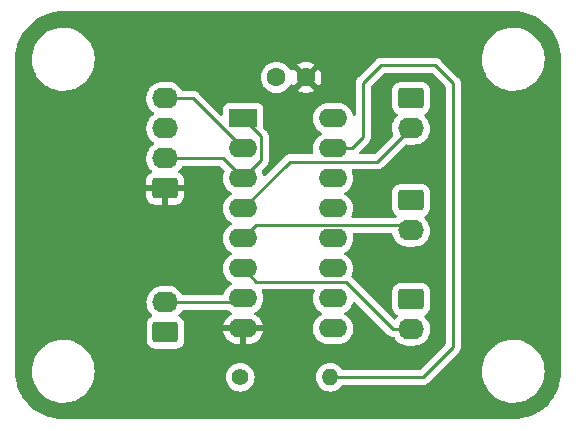
<source format=gbr>
%TF.GenerationSoftware,KiCad,Pcbnew,(6.0.1)*%
%TF.CreationDate,2022-01-30T10:27:47+01:00*%
%TF.ProjectId,4led,346c6564-2e6b-4696-9361-645f70636258,rev?*%
%TF.SameCoordinates,Original*%
%TF.FileFunction,Copper,L1,Top*%
%TF.FilePolarity,Positive*%
%FSLAX46Y46*%
G04 Gerber Fmt 4.6, Leading zero omitted, Abs format (unit mm)*
G04 Created by KiCad (PCBNEW (6.0.1)) date 2022-01-30 10:27:47*
%MOMM*%
%LPD*%
G01*
G04 APERTURE LIST*
G04 Aperture macros list*
%AMRoundRect*
0 Rectangle with rounded corners*
0 $1 Rounding radius*
0 $2 $3 $4 $5 $6 $7 $8 $9 X,Y pos of 4 corners*
0 Add a 4 corners polygon primitive as box body*
4,1,4,$2,$3,$4,$5,$6,$7,$8,$9,$2,$3,0*
0 Add four circle primitives for the rounded corners*
1,1,$1+$1,$2,$3*
1,1,$1+$1,$4,$5*
1,1,$1+$1,$6,$7*
1,1,$1+$1,$8,$9*
0 Add four rect primitives between the rounded corners*
20,1,$1+$1,$2,$3,$4,$5,0*
20,1,$1+$1,$4,$5,$6,$7,0*
20,1,$1+$1,$6,$7,$8,$9,0*
20,1,$1+$1,$8,$9,$2,$3,0*%
G04 Aperture macros list end*
%TA.AperFunction,ComponentPad*%
%ADD10C,1.400000*%
%TD*%
%TA.AperFunction,ComponentPad*%
%ADD11O,1.400000X1.400000*%
%TD*%
%TA.AperFunction,ComponentPad*%
%ADD12RoundRect,0.250000X-0.845000X0.620000X-0.845000X-0.620000X0.845000X-0.620000X0.845000X0.620000X0*%
%TD*%
%TA.AperFunction,ComponentPad*%
%ADD13O,2.190000X1.740000*%
%TD*%
%TA.AperFunction,ComponentPad*%
%ADD14C,1.600000*%
%TD*%
%TA.AperFunction,ComponentPad*%
%ADD15RoundRect,0.250000X0.845000X-0.620000X0.845000X0.620000X-0.845000X0.620000X-0.845000X-0.620000X0*%
%TD*%
%TA.AperFunction,ComponentPad*%
%ADD16R,2.400000X1.600000*%
%TD*%
%TA.AperFunction,ComponentPad*%
%ADD17O,2.400000X1.600000*%
%TD*%
%TA.AperFunction,Conductor*%
%ADD18C,0.250000*%
%TD*%
G04 APERTURE END LIST*
D10*
%TO.P,R1,1*%
%TO.N,+5V*%
X85598000Y-78232000D03*
D11*
%TO.P,R1,2*%
%TO.N,Net-(R1-Pad2)*%
X93218000Y-78232000D03*
%TD*%
D12*
%TO.P,J2,1,Pin_1*%
%TO.N,+5V*%
X100056000Y-54610000D03*
D13*
%TO.P,J2,2,Pin_2*%
%TO.N,Net-(J2-Pad2)*%
X100056000Y-57150000D03*
%TD*%
D14*
%TO.P,C1,1*%
%TO.N,+5V*%
X88666000Y-52832000D03*
%TO.P,C1,2*%
%TO.N,GND*%
X91166000Y-52832000D03*
%TD*%
D15*
%TO.P,J5,1,Pin_1*%
%TO.N,+5V*%
X79267990Y-74422000D03*
D13*
%TO.P,J5,2,Pin_2*%
%TO.N,Net-(J5-Pad2)*%
X79267990Y-71882000D03*
%TD*%
D12*
%TO.P,J4,1,Pin_1*%
%TO.N,+5V*%
X100076000Y-71628000D03*
D13*
%TO.P,J4,2,Pin_2*%
%TO.N,Net-(J4-Pad2)*%
X100076000Y-74168000D03*
%TD*%
D12*
%TO.P,J3,1,Pin_1*%
%TO.N,+5V*%
X100056000Y-63246000D03*
D13*
%TO.P,J3,2,Pin_2*%
%TO.N,Net-(J3-Pad2)*%
X100056000Y-65786000D03*
%TD*%
D15*
%TO.P,J1,1,Pin_1*%
%TO.N,GND*%
X79248000Y-62230000D03*
D13*
%TO.P,J1,2,Pin_2*%
%TO.N,Net-(J1-Pad2)*%
X79248000Y-59690000D03*
%TO.P,J1,3,Pin_3*%
%TO.N,+5V*%
X79248000Y-57150000D03*
%TO.P,J1,4,Pin_4*%
%TO.N,Net-(J1-Pad4)*%
X79248000Y-54610000D03*
%TD*%
D16*
%TO.P,U1,1,STR*%
%TO.N,Net-(J1-Pad2)*%
X85842000Y-56324000D03*
D17*
%TO.P,U1,2,D*%
%TO.N,Net-(J1-Pad4)*%
X85842000Y-58864000D03*
%TO.P,U1,3,CP*%
%TO.N,Net-(J1-Pad2)*%
X85842000Y-61404000D03*
%TO.P,U1,4,QP0*%
%TO.N,Net-(J2-Pad2)*%
X85842000Y-63944000D03*
%TO.P,U1,5,QP1*%
%TO.N,Net-(J3-Pad2)*%
X85842000Y-66484000D03*
%TO.P,U1,6,QP2*%
%TO.N,Net-(J4-Pad2)*%
X85842000Y-69024000D03*
%TO.P,U1,7,QP3*%
%TO.N,Net-(J5-Pad2)*%
X85842000Y-71564000D03*
%TO.P,U1,8,GND*%
%TO.N,GND*%
X85842000Y-74104000D03*
%TO.P,U1,9,QS1*%
%TO.N,unconnected-(U1-Pad9)*%
X93462000Y-74104000D03*
%TO.P,U1,10,QS2*%
%TO.N,unconnected-(U1-Pad10)*%
X93462000Y-71564000D03*
%TO.P,U1,11,QP7*%
%TO.N,unconnected-(U1-Pad11)*%
X93462000Y-69024000D03*
%TO.P,U1,12,QP6*%
%TO.N,unconnected-(U1-Pad12)*%
X93462000Y-66484000D03*
%TO.P,U1,13,QP5*%
%TO.N,unconnected-(U1-Pad13)*%
X93462000Y-63944000D03*
%TO.P,U1,14,QP4*%
%TO.N,unconnected-(U1-Pad14)*%
X93462000Y-61404000D03*
%TO.P,U1,15,OE*%
%TO.N,Net-(R1-Pad2)*%
X93462000Y-58864000D03*
%TO.P,U1,16,VCC*%
%TO.N,+5V*%
X93462000Y-56324000D03*
%TD*%
D18*
%TO.N,Net-(J1-Pad2)*%
X87366520Y-57848520D02*
X87366520Y-59879480D01*
X84128000Y-59690000D02*
X85842000Y-61404000D01*
X79248000Y-59690000D02*
X84128000Y-59690000D01*
X85842000Y-56324000D02*
X87366520Y-57848520D01*
X87366520Y-59879480D02*
X85842000Y-61404000D01*
%TO.N,Net-(J1-Pad4)*%
X79248000Y-54610000D02*
X81588000Y-54610000D01*
X81588000Y-54610000D02*
X85842000Y-58864000D01*
%TO.N,Net-(J2-Pad2)*%
X89797480Y-59988520D02*
X97217480Y-59988520D01*
X85842000Y-63944000D02*
X89797480Y-59988520D01*
X97217480Y-59988520D02*
X100056000Y-57150000D01*
%TO.N,Net-(J3-Pad2)*%
X85842000Y-66484000D02*
X86966520Y-65359480D01*
X99629480Y-65359480D02*
X100056000Y-65786000D01*
X86966520Y-65359480D02*
X99629480Y-65359480D01*
%TO.N,Net-(J4-Pad2)*%
X86966520Y-70148520D02*
X94532520Y-70148520D01*
X94532520Y-70148520D02*
X98552000Y-74168000D01*
X85842000Y-69024000D02*
X86966520Y-70148520D01*
X98552000Y-74168000D02*
X100076000Y-74168000D01*
%TO.N,Net-(J5-Pad2)*%
X85524000Y-71882000D02*
X85842000Y-71564000D01*
X79267990Y-71882000D02*
X85524000Y-71882000D01*
%TO.N,Net-(R1-Pad2)*%
X95060000Y-58864000D02*
X93462000Y-58864000D01*
X102108000Y-51816000D02*
X97536000Y-51816000D01*
X103632000Y-75692000D02*
X103632000Y-53340000D01*
X101092000Y-78232000D02*
X103632000Y-75692000D01*
X97536000Y-51816000D02*
X96012000Y-53340000D01*
X96012000Y-53340000D02*
X96012000Y-57912000D01*
X93218000Y-78232000D02*
X101092000Y-78232000D01*
X103632000Y-53340000D02*
X102108000Y-51816000D01*
X96012000Y-57912000D02*
X95060000Y-58864000D01*
%TD*%
%TA.AperFunction,Conductor*%
%TO.N,GND*%
G36*
X108682057Y-47245500D02*
G01*
X108696858Y-47247805D01*
X108696861Y-47247805D01*
X108705730Y-47249186D01*
X108725626Y-47246584D01*
X108747784Y-47245654D01*
X109081160Y-47261067D01*
X109092749Y-47262141D01*
X109452994Y-47312393D01*
X109464434Y-47314532D01*
X109818504Y-47397809D01*
X109829681Y-47400989D01*
X110002126Y-47458787D01*
X110174562Y-47516582D01*
X110185414Y-47520786D01*
X110518155Y-47667706D01*
X110528560Y-47672886D01*
X110846343Y-47849890D01*
X110856220Y-47856006D01*
X111156301Y-48061566D01*
X111165589Y-48068580D01*
X111445424Y-48300952D01*
X111454024Y-48308793D01*
X111711207Y-48565976D01*
X111719048Y-48574576D01*
X111951420Y-48854411D01*
X111958434Y-48863699D01*
X112163994Y-49163780D01*
X112170110Y-49173657D01*
X112347114Y-49491440D01*
X112352294Y-49501845D01*
X112499214Y-49834586D01*
X112503418Y-49845438D01*
X112589510Y-50102299D01*
X112619008Y-50190310D01*
X112622193Y-50201504D01*
X112705468Y-50555566D01*
X112707607Y-50567006D01*
X112757859Y-50927251D01*
X112758933Y-50938840D01*
X112774003Y-51264816D01*
X112772638Y-51290015D01*
X112770814Y-51301730D01*
X112771978Y-51310632D01*
X112771978Y-51310635D01*
X112774936Y-51333251D01*
X112776000Y-51349589D01*
X112776000Y-77674672D01*
X112774500Y-77694056D01*
X112770814Y-77717730D01*
X112772454Y-77730270D01*
X112773416Y-77737626D01*
X112774346Y-77759784D01*
X112758933Y-78093160D01*
X112757859Y-78104749D01*
X112707607Y-78464994D01*
X112705468Y-78476434D01*
X112624608Y-78820229D01*
X112622193Y-78830496D01*
X112619011Y-78841681D01*
X112588328Y-78933227D01*
X112503418Y-79186562D01*
X112499214Y-79197414D01*
X112352294Y-79530155D01*
X112347114Y-79540560D01*
X112170110Y-79858343D01*
X112163994Y-79868220D01*
X111958434Y-80168301D01*
X111951420Y-80177589D01*
X111719048Y-80457424D01*
X111711207Y-80466024D01*
X111454024Y-80723207D01*
X111445424Y-80731048D01*
X111165589Y-80963420D01*
X111156301Y-80970434D01*
X110856220Y-81175994D01*
X110846343Y-81182110D01*
X110528560Y-81359114D01*
X110518155Y-81364294D01*
X110185414Y-81511214D01*
X110174562Y-81515418D01*
X110002126Y-81573213D01*
X109829681Y-81631011D01*
X109818504Y-81634191D01*
X109467981Y-81716634D01*
X109464434Y-81717468D01*
X109452994Y-81719607D01*
X109092749Y-81769859D01*
X109081161Y-81770933D01*
X109058742Y-81771969D01*
X108755184Y-81786003D01*
X108729985Y-81784638D01*
X108727142Y-81784195D01*
X108727140Y-81784195D01*
X108718270Y-81782814D01*
X108709368Y-81783978D01*
X108709365Y-81783978D01*
X108686749Y-81786936D01*
X108670411Y-81788000D01*
X70661328Y-81788000D01*
X70641943Y-81786500D01*
X70627142Y-81784195D01*
X70627139Y-81784195D01*
X70618270Y-81782814D01*
X70599105Y-81785320D01*
X70598374Y-81785416D01*
X70576216Y-81786346D01*
X70242840Y-81770933D01*
X70231251Y-81769859D01*
X69871006Y-81719607D01*
X69859566Y-81717468D01*
X69856019Y-81716634D01*
X69505496Y-81634191D01*
X69494319Y-81631011D01*
X69321874Y-81573213D01*
X69149438Y-81515418D01*
X69138586Y-81511214D01*
X68805845Y-81364294D01*
X68795440Y-81359114D01*
X68477657Y-81182110D01*
X68467780Y-81175994D01*
X68167699Y-80970434D01*
X68158411Y-80963420D01*
X67878576Y-80731048D01*
X67869976Y-80723207D01*
X67612793Y-80466024D01*
X67604952Y-80457424D01*
X67372580Y-80177589D01*
X67365566Y-80168301D01*
X67160006Y-79868220D01*
X67153890Y-79858343D01*
X66976886Y-79540560D01*
X66971706Y-79530155D01*
X66824786Y-79197414D01*
X66820582Y-79186562D01*
X66735672Y-78933227D01*
X66704989Y-78841681D01*
X66701807Y-78830496D01*
X66699393Y-78820229D01*
X66618532Y-78476434D01*
X66616393Y-78464994D01*
X66566141Y-78104749D01*
X66565067Y-78093160D01*
X66550150Y-77770485D01*
X67948854Y-77770485D01*
X67949156Y-77774320D01*
X67967108Y-78002417D01*
X67974370Y-78094695D01*
X68039206Y-78413378D01*
X68142398Y-78721784D01*
X68282405Y-79015316D01*
X68457141Y-79289597D01*
X68459584Y-79292560D01*
X68459585Y-79292562D01*
X68659832Y-79535480D01*
X68664001Y-79540538D01*
X68899902Y-79764399D01*
X69161326Y-79957843D01*
X69302851Y-80037914D01*
X69441019Y-80116086D01*
X69441023Y-80116088D01*
X69444376Y-80117985D01*
X69744832Y-80242438D01*
X69848288Y-80271129D01*
X70054500Y-80328317D01*
X70054508Y-80328319D01*
X70058216Y-80329347D01*
X70379856Y-80377416D01*
X70383154Y-80377560D01*
X70494918Y-80382440D01*
X70494922Y-80382440D01*
X70496294Y-80382500D01*
X70694598Y-80382500D01*
X70936605Y-80367698D01*
X70940388Y-80366997D01*
X70940395Y-80366996D01*
X71140459Y-80329916D01*
X71256372Y-80308433D01*
X71465682Y-80242438D01*
X71562860Y-80211798D01*
X71562863Y-80211797D01*
X71566532Y-80210640D01*
X71570029Y-80209046D01*
X71570035Y-80209044D01*
X71858954Y-80077376D01*
X71858958Y-80077374D01*
X71862462Y-80075777D01*
X72139751Y-79905854D01*
X72142755Y-79903464D01*
X72142760Y-79903461D01*
X72267008Y-79804629D01*
X72394264Y-79703405D01*
X72396958Y-79700664D01*
X72396962Y-79700660D01*
X72619513Y-79474190D01*
X72619517Y-79474185D01*
X72622208Y-79471447D01*
X72820185Y-79213439D01*
X72985242Y-78933227D01*
X73114920Y-78634988D01*
X73207285Y-78323169D01*
X73222542Y-78232000D01*
X84384884Y-78232000D01*
X84403314Y-78442655D01*
X84404738Y-78447968D01*
X84404738Y-78447970D01*
X84454850Y-78634988D01*
X84458044Y-78646910D01*
X84460366Y-78651891D01*
X84460367Y-78651892D01*
X84544358Y-78832010D01*
X84547411Y-78838558D01*
X84668699Y-79011776D01*
X84818224Y-79161301D01*
X84991442Y-79282589D01*
X84996420Y-79284910D01*
X84996423Y-79284912D01*
X85178108Y-79369633D01*
X85183090Y-79371956D01*
X85188398Y-79373378D01*
X85188400Y-79373379D01*
X85382030Y-79425262D01*
X85382032Y-79425262D01*
X85387345Y-79426686D01*
X85598000Y-79445116D01*
X85808655Y-79426686D01*
X85813968Y-79425262D01*
X85813970Y-79425262D01*
X86007600Y-79373379D01*
X86007602Y-79373378D01*
X86012910Y-79371956D01*
X86017892Y-79369633D01*
X86199577Y-79284912D01*
X86199580Y-79284910D01*
X86204558Y-79282589D01*
X86377776Y-79161301D01*
X86527301Y-79011776D01*
X86648589Y-78838558D01*
X86651643Y-78832010D01*
X86735633Y-78651892D01*
X86735634Y-78651891D01*
X86737956Y-78646910D01*
X86741151Y-78634988D01*
X86791262Y-78447970D01*
X86791262Y-78447968D01*
X86792686Y-78442655D01*
X86811116Y-78232000D01*
X86792686Y-78021345D01*
X86791262Y-78016030D01*
X86739379Y-77822400D01*
X86739378Y-77822398D01*
X86737956Y-77817090D01*
X86716224Y-77770485D01*
X86650912Y-77630423D01*
X86650910Y-77630420D01*
X86648589Y-77625442D01*
X86527301Y-77452224D01*
X86377776Y-77302699D01*
X86204558Y-77181411D01*
X86199580Y-77179090D01*
X86199577Y-77179088D01*
X86017892Y-77094367D01*
X86017891Y-77094366D01*
X86012910Y-77092044D01*
X86007602Y-77090622D01*
X86007600Y-77090621D01*
X85813970Y-77038738D01*
X85813968Y-77038738D01*
X85808655Y-77037314D01*
X85598000Y-77018884D01*
X85387345Y-77037314D01*
X85382032Y-77038738D01*
X85382030Y-77038738D01*
X85188400Y-77090621D01*
X85188398Y-77090622D01*
X85183090Y-77092044D01*
X85178109Y-77094366D01*
X85178108Y-77094367D01*
X84996423Y-77179088D01*
X84996420Y-77179090D01*
X84991442Y-77181411D01*
X84818224Y-77302699D01*
X84668699Y-77452224D01*
X84547411Y-77625442D01*
X84545090Y-77630420D01*
X84545088Y-77630423D01*
X84479776Y-77770485D01*
X84458044Y-77817090D01*
X84456622Y-77822398D01*
X84456621Y-77822400D01*
X84404738Y-78016030D01*
X84403314Y-78021345D01*
X84384884Y-78232000D01*
X73222542Y-78232000D01*
X73260961Y-78002417D01*
X73275146Y-77677515D01*
X73257415Y-77452224D01*
X73249932Y-77357140D01*
X73249932Y-77357137D01*
X73249630Y-77353305D01*
X73184794Y-77034622D01*
X73081602Y-76726216D01*
X72941595Y-76432684D01*
X72766859Y-76158403D01*
X72745840Y-76132905D01*
X72562442Y-75910425D01*
X72562438Y-75910420D01*
X72559999Y-75907462D01*
X72324098Y-75683601D01*
X72062674Y-75490157D01*
X71898953Y-75397528D01*
X71782981Y-75331914D01*
X71782977Y-75331912D01*
X71779624Y-75330015D01*
X71726874Y-75308165D01*
X71584476Y-75249182D01*
X71479168Y-75205562D01*
X71326495Y-75163222D01*
X71169500Y-75119683D01*
X71169492Y-75119681D01*
X71165784Y-75118653D01*
X70844144Y-75070584D01*
X70840846Y-75070440D01*
X70729082Y-75065560D01*
X70729078Y-75065560D01*
X70727706Y-75065500D01*
X70529402Y-75065500D01*
X70287395Y-75080302D01*
X70283612Y-75081003D01*
X70283605Y-75081004D01*
X70149193Y-75105916D01*
X69967628Y-75139567D01*
X69785915Y-75196861D01*
X69661140Y-75236202D01*
X69661137Y-75236203D01*
X69657468Y-75237360D01*
X69653971Y-75238954D01*
X69653965Y-75238956D01*
X69365046Y-75370624D01*
X69365042Y-75370626D01*
X69361538Y-75372223D01*
X69358259Y-75374233D01*
X69358256Y-75374234D01*
X69119600Y-75520483D01*
X69084249Y-75542146D01*
X69081245Y-75544536D01*
X69081240Y-75544539D01*
X68966090Y-75636134D01*
X68829736Y-75744595D01*
X68827042Y-75747336D01*
X68827038Y-75747340D01*
X68604487Y-75973810D01*
X68604483Y-75973815D01*
X68601792Y-75976553D01*
X68403815Y-76234561D01*
X68238758Y-76514773D01*
X68109080Y-76813012D01*
X68016715Y-77124831D01*
X67963039Y-77445583D01*
X67948854Y-77770485D01*
X66550150Y-77770485D01*
X66549997Y-77767184D01*
X66551362Y-77741985D01*
X66551805Y-77739142D01*
X66551805Y-77739140D01*
X66553186Y-77730270D01*
X66551547Y-77717730D01*
X66549064Y-77698749D01*
X66548000Y-77682411D01*
X66548000Y-62897095D01*
X77645001Y-62897095D01*
X77645338Y-62903614D01*
X77655257Y-62999206D01*
X77658149Y-63012600D01*
X77709588Y-63166784D01*
X77715761Y-63179962D01*
X77801063Y-63317807D01*
X77810099Y-63329208D01*
X77924829Y-63443739D01*
X77936240Y-63452751D01*
X78074243Y-63537816D01*
X78087424Y-63543963D01*
X78241710Y-63595138D01*
X78255086Y-63598005D01*
X78349438Y-63607672D01*
X78355854Y-63608000D01*
X78975885Y-63608000D01*
X78991124Y-63603525D01*
X78992329Y-63602135D01*
X78994000Y-63594452D01*
X78994000Y-63589884D01*
X79502000Y-63589884D01*
X79506475Y-63605123D01*
X79507865Y-63606328D01*
X79515548Y-63607999D01*
X80140095Y-63607999D01*
X80146614Y-63607662D01*
X80242206Y-63597743D01*
X80255600Y-63594851D01*
X80409784Y-63543412D01*
X80422962Y-63537239D01*
X80560807Y-63451937D01*
X80572208Y-63442901D01*
X80686739Y-63328171D01*
X80695751Y-63316760D01*
X80780816Y-63178757D01*
X80786963Y-63165576D01*
X80838138Y-63011290D01*
X80841005Y-62997914D01*
X80850672Y-62903562D01*
X80851000Y-62897146D01*
X80851000Y-62502115D01*
X80846525Y-62486876D01*
X80845135Y-62485671D01*
X80837452Y-62484000D01*
X79520115Y-62484000D01*
X79504876Y-62488475D01*
X79503671Y-62489865D01*
X79502000Y-62497548D01*
X79502000Y-63589884D01*
X78994000Y-63589884D01*
X78994000Y-62502115D01*
X78989525Y-62486876D01*
X78988135Y-62485671D01*
X78980452Y-62484000D01*
X77663116Y-62484000D01*
X77647877Y-62488475D01*
X77646672Y-62489865D01*
X77645001Y-62497548D01*
X77645001Y-62897095D01*
X66548000Y-62897095D01*
X66548000Y-59624829D01*
X77641052Y-59624829D01*
X77649828Y-59858604D01*
X77650923Y-59863822D01*
X77695488Y-60076214D01*
X77697868Y-60087559D01*
X77783797Y-60305146D01*
X77786566Y-60309709D01*
X77900278Y-60497100D01*
X77905159Y-60505144D01*
X78058483Y-60681834D01*
X78062615Y-60685222D01*
X78096201Y-60712761D01*
X78136196Y-60771421D01*
X78138127Y-60842391D01*
X78101383Y-60903139D01*
X78078843Y-60918220D01*
X78079268Y-60918906D01*
X77935193Y-61008063D01*
X77923792Y-61017099D01*
X77809261Y-61131829D01*
X77800249Y-61143240D01*
X77715184Y-61281243D01*
X77709037Y-61294424D01*
X77657862Y-61448710D01*
X77654995Y-61462086D01*
X77645328Y-61556438D01*
X77645000Y-61562855D01*
X77645000Y-61957885D01*
X77649475Y-61973124D01*
X77650865Y-61974329D01*
X77658548Y-61976000D01*
X80832884Y-61976000D01*
X80848123Y-61971525D01*
X80849328Y-61970135D01*
X80850999Y-61962452D01*
X80850999Y-61562905D01*
X80850662Y-61556386D01*
X80840743Y-61460794D01*
X80837851Y-61447400D01*
X80786412Y-61293216D01*
X80780239Y-61280038D01*
X80694937Y-61142193D01*
X80685901Y-61130792D01*
X80571171Y-61016261D01*
X80559760Y-61007249D01*
X80415525Y-60918342D01*
X80416817Y-60916245D01*
X80372308Y-60877044D01*
X80352856Y-60808764D01*
X80373407Y-60740807D01*
X80391878Y-60718614D01*
X80509168Y-60606724D01*
X80550636Y-60550989D01*
X80645623Y-60423323D01*
X80645625Y-60423320D01*
X80648813Y-60419035D01*
X80662359Y-60392392D01*
X80711062Y-60340736D01*
X80774674Y-60323500D01*
X83813405Y-60323500D01*
X83881526Y-60343502D01*
X83902501Y-60360405D01*
X84237280Y-60695185D01*
X84271305Y-60757497D01*
X84266240Y-60828313D01*
X84262379Y-60837529D01*
X84210041Y-60949770D01*
X84207716Y-60954757D01*
X84206294Y-60960065D01*
X84206293Y-60960067D01*
X84149881Y-61170598D01*
X84148457Y-61175913D01*
X84128502Y-61404000D01*
X84148457Y-61632087D01*
X84207716Y-61853243D01*
X84210039Y-61858224D01*
X84210039Y-61858225D01*
X84302151Y-62055762D01*
X84302154Y-62055767D01*
X84304477Y-62060749D01*
X84435802Y-62248300D01*
X84597700Y-62410198D01*
X84602208Y-62413355D01*
X84602211Y-62413357D01*
X84673532Y-62463296D01*
X84785251Y-62541523D01*
X84790233Y-62543846D01*
X84790238Y-62543849D01*
X84824457Y-62559805D01*
X84877742Y-62606722D01*
X84897203Y-62674999D01*
X84876661Y-62742959D01*
X84824457Y-62788195D01*
X84790238Y-62804151D01*
X84790233Y-62804154D01*
X84785251Y-62806477D01*
X84680389Y-62879902D01*
X84602211Y-62934643D01*
X84602208Y-62934645D01*
X84597700Y-62937802D01*
X84435802Y-63099700D01*
X84304477Y-63287251D01*
X84302154Y-63292233D01*
X84302151Y-63292238D01*
X84210042Y-63489768D01*
X84207716Y-63494757D01*
X84206294Y-63500065D01*
X84206293Y-63500067D01*
X84178944Y-63602135D01*
X84148457Y-63715913D01*
X84128502Y-63944000D01*
X84148457Y-64172087D01*
X84149881Y-64177400D01*
X84149881Y-64177402D01*
X84152919Y-64188738D01*
X84207716Y-64393243D01*
X84210039Y-64398224D01*
X84210039Y-64398225D01*
X84302151Y-64595762D01*
X84302154Y-64595767D01*
X84304477Y-64600749D01*
X84316454Y-64617854D01*
X84388392Y-64720591D01*
X84435802Y-64788300D01*
X84597700Y-64950198D01*
X84602208Y-64953355D01*
X84602211Y-64953357D01*
X84633716Y-64975417D01*
X84785251Y-65081523D01*
X84790233Y-65083846D01*
X84790238Y-65083849D01*
X84824457Y-65099805D01*
X84877742Y-65146722D01*
X84897203Y-65214999D01*
X84876661Y-65282959D01*
X84824457Y-65328195D01*
X84790238Y-65344151D01*
X84790233Y-65344154D01*
X84785251Y-65346477D01*
X84680389Y-65419902D01*
X84602211Y-65474643D01*
X84602208Y-65474645D01*
X84597700Y-65477802D01*
X84435802Y-65639700D01*
X84304477Y-65827251D01*
X84302154Y-65832233D01*
X84302151Y-65832238D01*
X84290859Y-65856455D01*
X84207716Y-66034757D01*
X84206294Y-66040065D01*
X84206293Y-66040067D01*
X84149881Y-66250598D01*
X84148457Y-66255913D01*
X84128502Y-66484000D01*
X84148457Y-66712087D01*
X84207716Y-66933243D01*
X84210039Y-66938224D01*
X84210039Y-66938225D01*
X84302151Y-67135762D01*
X84302154Y-67135767D01*
X84304477Y-67140749D01*
X84435802Y-67328300D01*
X84597700Y-67490198D01*
X84602208Y-67493355D01*
X84602211Y-67493357D01*
X84680389Y-67548098D01*
X84785251Y-67621523D01*
X84790233Y-67623846D01*
X84790238Y-67623849D01*
X84824457Y-67639805D01*
X84877742Y-67686722D01*
X84897203Y-67754999D01*
X84876661Y-67822959D01*
X84824457Y-67868195D01*
X84790238Y-67884151D01*
X84790233Y-67884154D01*
X84785251Y-67886477D01*
X84680389Y-67959902D01*
X84602211Y-68014643D01*
X84602208Y-68014645D01*
X84597700Y-68017802D01*
X84435802Y-68179700D01*
X84304477Y-68367251D01*
X84302154Y-68372233D01*
X84302151Y-68372238D01*
X84210039Y-68569775D01*
X84207716Y-68574757D01*
X84148457Y-68795913D01*
X84128502Y-69024000D01*
X84148457Y-69252087D01*
X84207716Y-69473243D01*
X84210039Y-69478224D01*
X84210039Y-69478225D01*
X84302151Y-69675762D01*
X84302154Y-69675767D01*
X84304477Y-69680749D01*
X84435802Y-69868300D01*
X84597700Y-70030198D01*
X84602208Y-70033355D01*
X84602211Y-70033357D01*
X84680389Y-70088098D01*
X84785251Y-70161523D01*
X84790233Y-70163846D01*
X84790238Y-70163849D01*
X84824457Y-70179805D01*
X84877742Y-70226722D01*
X84897203Y-70294999D01*
X84876661Y-70362959D01*
X84824457Y-70408195D01*
X84790238Y-70424151D01*
X84790233Y-70424154D01*
X84785251Y-70426477D01*
X84680389Y-70499902D01*
X84602211Y-70554643D01*
X84602208Y-70554645D01*
X84597700Y-70557802D01*
X84435802Y-70719700D01*
X84432645Y-70724208D01*
X84432643Y-70724211D01*
X84379002Y-70800818D01*
X84304477Y-70907251D01*
X84302154Y-70912233D01*
X84302151Y-70912238D01*
X84275425Y-70969554D01*
X84207716Y-71114757D01*
X84206293Y-71120067D01*
X84206292Y-71120071D01*
X84196903Y-71155111D01*
X84159951Y-71215734D01*
X84096091Y-71246755D01*
X84075196Y-71248500D01*
X80791980Y-71248500D01*
X80723859Y-71228498D01*
X80684261Y-71187865D01*
X80613601Y-71071420D01*
X80613598Y-71071416D01*
X80610831Y-71066856D01*
X80457507Y-70890166D01*
X80276604Y-70741835D01*
X80073295Y-70626104D01*
X79853394Y-70546284D01*
X79848145Y-70545335D01*
X79848142Y-70545334D01*
X79760671Y-70529517D01*
X79623187Y-70504656D01*
X79619048Y-70504461D01*
X79619041Y-70504460D01*
X79600162Y-70503570D01*
X79600155Y-70503570D01*
X79598674Y-70503500D01*
X78984252Y-70503500D01*
X78916349Y-70509262D01*
X78815199Y-70517844D01*
X78815195Y-70517845D01*
X78809888Y-70518295D01*
X78804731Y-70519633D01*
X78804728Y-70519634D01*
X78588619Y-70575725D01*
X78588615Y-70575726D01*
X78583450Y-70577067D01*
X78578584Y-70579259D01*
X78578581Y-70579260D01*
X78468729Y-70628745D01*
X78370153Y-70673150D01*
X78365720Y-70676134D01*
X78365719Y-70676135D01*
X78320061Y-70706874D01*
X78176094Y-70803798D01*
X78172237Y-70807477D01*
X78172235Y-70807479D01*
X78125739Y-70851834D01*
X78006822Y-70965276D01*
X77867177Y-71152965D01*
X77864761Y-71157716D01*
X77864759Y-71157720D01*
X77818604Y-71248500D01*
X77761152Y-71361500D01*
X77691780Y-71584917D01*
X77691079Y-71590204D01*
X77691079Y-71590205D01*
X77665048Y-71786607D01*
X77661042Y-71816829D01*
X77669818Y-72050604D01*
X77717858Y-72279559D01*
X77803787Y-72497146D01*
X77925149Y-72697144D01*
X78078473Y-72873834D01*
X78114331Y-72903235D01*
X78115760Y-72904407D01*
X78155754Y-72963067D01*
X78157685Y-73034038D01*
X78120940Y-73094786D01*
X78098600Y-73109733D01*
X78099044Y-73110450D01*
X77948642Y-73203522D01*
X77823685Y-73328697D01*
X77819845Y-73334927D01*
X77819844Y-73334928D01*
X77753232Y-73442993D01*
X77730875Y-73479262D01*
X77675193Y-73647139D01*
X77664490Y-73751600D01*
X77664490Y-75092400D01*
X77664827Y-75095646D01*
X77664827Y-75095650D01*
X77671487Y-75159834D01*
X77675464Y-75198166D01*
X77677645Y-75204702D01*
X77677645Y-75204704D01*
X77689929Y-75241523D01*
X77731440Y-75365946D01*
X77824512Y-75516348D01*
X77829694Y-75521521D01*
X77850355Y-75542146D01*
X77949687Y-75641305D01*
X77955917Y-75645145D01*
X77955918Y-75645146D01*
X78093080Y-75729694D01*
X78100252Y-75734115D01*
X78179995Y-75760564D01*
X78261601Y-75787632D01*
X78261603Y-75787632D01*
X78268129Y-75789797D01*
X78274965Y-75790497D01*
X78274968Y-75790498D01*
X78318021Y-75794909D01*
X78372590Y-75800500D01*
X80163390Y-75800500D01*
X80166636Y-75800163D01*
X80166640Y-75800163D01*
X80262298Y-75790238D01*
X80262302Y-75790237D01*
X80269156Y-75789526D01*
X80275692Y-75787345D01*
X80275694Y-75787345D01*
X80412052Y-75741852D01*
X80436936Y-75733550D01*
X80587338Y-75640478D01*
X80712295Y-75515303D01*
X80718852Y-75504666D01*
X80801265Y-75370968D01*
X80801266Y-75370966D01*
X80805105Y-75364738D01*
X80843433Y-75249182D01*
X80858622Y-75203389D01*
X80858622Y-75203387D01*
X80860787Y-75196861D01*
X80864995Y-75155796D01*
X80866729Y-75138865D01*
X80871490Y-75092400D01*
X80871490Y-74370522D01*
X84159273Y-74370522D01*
X84206764Y-74547761D01*
X84210510Y-74558053D01*
X84302586Y-74755511D01*
X84308069Y-74765007D01*
X84433028Y-74943467D01*
X84440084Y-74951875D01*
X84594125Y-75105916D01*
X84602533Y-75112972D01*
X84780993Y-75237931D01*
X84790489Y-75243414D01*
X84987947Y-75335490D01*
X84998239Y-75339236D01*
X85208688Y-75395625D01*
X85219481Y-75397528D01*
X85382170Y-75411762D01*
X85387635Y-75412000D01*
X85569885Y-75412000D01*
X85585124Y-75407525D01*
X85586329Y-75406135D01*
X85588000Y-75398452D01*
X85588000Y-75393885D01*
X86096000Y-75393885D01*
X86100475Y-75409124D01*
X86101865Y-75410329D01*
X86109548Y-75412000D01*
X86296365Y-75412000D01*
X86301830Y-75411762D01*
X86464519Y-75397528D01*
X86475312Y-75395625D01*
X86685761Y-75339236D01*
X86696053Y-75335490D01*
X86893511Y-75243414D01*
X86903007Y-75237931D01*
X87081467Y-75112972D01*
X87089875Y-75105916D01*
X87243916Y-74951875D01*
X87250972Y-74943467D01*
X87375931Y-74765007D01*
X87381414Y-74755511D01*
X87473490Y-74558053D01*
X87477236Y-74547761D01*
X87523394Y-74375497D01*
X87523058Y-74361401D01*
X87515116Y-74358000D01*
X86114115Y-74358000D01*
X86098876Y-74362475D01*
X86097671Y-74363865D01*
X86096000Y-74371548D01*
X86096000Y-75393885D01*
X85588000Y-75393885D01*
X85588000Y-74376115D01*
X85583525Y-74360876D01*
X85582135Y-74359671D01*
X85574452Y-74358000D01*
X84174033Y-74358000D01*
X84160502Y-74361973D01*
X84159273Y-74370522D01*
X80871490Y-74370522D01*
X80871490Y-73751600D01*
X80860516Y-73645834D01*
X80804540Y-73478054D01*
X80711468Y-73327652D01*
X80586293Y-73202695D01*
X80435728Y-73109885D01*
X80437052Y-73107738D01*
X80392700Y-73068688D01*
X80373238Y-73000411D01*
X80393778Y-72932451D01*
X80412262Y-72910239D01*
X80525296Y-72802410D01*
X80525306Y-72802398D01*
X80529158Y-72798724D01*
X80587876Y-72719805D01*
X80665613Y-72615323D01*
X80665615Y-72615320D01*
X80668803Y-72611035D01*
X80682349Y-72584392D01*
X80731052Y-72532736D01*
X80794664Y-72515500D01*
X84490812Y-72515500D01*
X84558933Y-72535502D01*
X84579907Y-72552405D01*
X84597700Y-72570198D01*
X84602208Y-72573355D01*
X84602211Y-72573357D01*
X84649226Y-72606277D01*
X84785251Y-72701523D01*
X84790233Y-72703846D01*
X84790238Y-72703849D01*
X84825049Y-72720081D01*
X84878334Y-72766998D01*
X84897795Y-72835275D01*
X84877253Y-72903235D01*
X84825049Y-72948471D01*
X84790489Y-72964586D01*
X84780993Y-72970069D01*
X84602533Y-73095028D01*
X84594125Y-73102084D01*
X84440084Y-73256125D01*
X84433028Y-73264533D01*
X84308069Y-73442993D01*
X84302586Y-73452489D01*
X84210510Y-73649947D01*
X84206764Y-73660239D01*
X84160606Y-73832503D01*
X84160942Y-73846599D01*
X84168884Y-73850000D01*
X87509967Y-73850000D01*
X87523498Y-73846027D01*
X87524727Y-73837478D01*
X87477236Y-73660239D01*
X87473490Y-73649947D01*
X87381414Y-73452489D01*
X87375931Y-73442993D01*
X87250972Y-73264533D01*
X87243916Y-73256125D01*
X87089875Y-73102084D01*
X87081467Y-73095028D01*
X86903007Y-72970069D01*
X86893511Y-72964586D01*
X86858951Y-72948471D01*
X86805666Y-72901554D01*
X86786205Y-72833277D01*
X86806747Y-72765317D01*
X86858951Y-72720081D01*
X86893762Y-72703849D01*
X86893767Y-72703846D01*
X86898749Y-72701523D01*
X87034774Y-72606277D01*
X87081789Y-72573357D01*
X87081792Y-72573355D01*
X87086300Y-72570198D01*
X87248198Y-72408300D01*
X87252007Y-72402861D01*
X87325151Y-72298400D01*
X87379523Y-72220749D01*
X87381846Y-72215767D01*
X87381849Y-72215762D01*
X87473961Y-72018225D01*
X87473961Y-72018224D01*
X87476284Y-72013243D01*
X87528914Y-71816829D01*
X87534119Y-71797402D01*
X87534119Y-71797400D01*
X87535543Y-71792087D01*
X87555498Y-71564000D01*
X87535543Y-71335913D01*
X87503341Y-71215734D01*
X87477707Y-71120067D01*
X87477706Y-71120065D01*
X87476284Y-71114757D01*
X87473960Y-71109772D01*
X87406580Y-70965276D01*
X87404712Y-70961269D01*
X87394051Y-70891078D01*
X87423031Y-70826265D01*
X87482451Y-70787409D01*
X87518907Y-70782020D01*
X91785093Y-70782020D01*
X91853214Y-70802022D01*
X91899707Y-70855678D01*
X91909811Y-70925952D01*
X91899289Y-70961268D01*
X91897420Y-70965276D01*
X91830041Y-71109772D01*
X91827716Y-71114757D01*
X91826294Y-71120065D01*
X91826293Y-71120067D01*
X91800659Y-71215734D01*
X91768457Y-71335913D01*
X91748502Y-71564000D01*
X91768457Y-71792087D01*
X91769881Y-71797400D01*
X91769881Y-71797402D01*
X91775087Y-71816829D01*
X91827716Y-72013243D01*
X91830039Y-72018224D01*
X91830039Y-72018225D01*
X91922151Y-72215762D01*
X91922154Y-72215767D01*
X91924477Y-72220749D01*
X91978849Y-72298400D01*
X92051994Y-72402861D01*
X92055802Y-72408300D01*
X92217700Y-72570198D01*
X92222208Y-72573355D01*
X92222211Y-72573357D01*
X92269226Y-72606277D01*
X92405251Y-72701523D01*
X92410233Y-72703846D01*
X92410238Y-72703849D01*
X92444457Y-72719805D01*
X92497742Y-72766722D01*
X92517203Y-72834999D01*
X92496661Y-72902959D01*
X92444457Y-72948195D01*
X92410238Y-72964151D01*
X92410233Y-72964154D01*
X92405251Y-72966477D01*
X92325721Y-73022165D01*
X92222211Y-73094643D01*
X92222208Y-73094645D01*
X92217700Y-73097802D01*
X92055802Y-73259700D01*
X92052645Y-73264208D01*
X92052643Y-73264211D01*
X92011117Y-73323517D01*
X91924477Y-73447251D01*
X91922154Y-73452233D01*
X91922151Y-73452238D01*
X91834312Y-73640611D01*
X91827716Y-73654757D01*
X91826294Y-73660065D01*
X91826293Y-73660067D01*
X91802624Y-73748402D01*
X91768457Y-73875913D01*
X91748502Y-74104000D01*
X91768457Y-74332087D01*
X91769881Y-74337400D01*
X91769881Y-74337402D01*
X91802677Y-74459795D01*
X91827716Y-74553243D01*
X91830039Y-74558224D01*
X91830039Y-74558225D01*
X91922151Y-74755762D01*
X91922154Y-74755767D01*
X91924477Y-74760749D01*
X92055802Y-74948300D01*
X92217700Y-75110198D01*
X92222208Y-75113355D01*
X92222211Y-75113357D01*
X92288587Y-75159834D01*
X92405251Y-75241523D01*
X92410233Y-75243846D01*
X92410238Y-75243849D01*
X92595024Y-75330015D01*
X92612757Y-75338284D01*
X92618065Y-75339706D01*
X92618067Y-75339707D01*
X92828598Y-75396119D01*
X92828600Y-75396119D01*
X92833913Y-75397543D01*
X92932120Y-75406135D01*
X93002149Y-75412262D01*
X93002156Y-75412262D01*
X93004873Y-75412500D01*
X93919127Y-75412500D01*
X93921844Y-75412262D01*
X93921851Y-75412262D01*
X93991880Y-75406135D01*
X94090087Y-75397543D01*
X94095400Y-75396119D01*
X94095402Y-75396119D01*
X94305933Y-75339707D01*
X94305935Y-75339706D01*
X94311243Y-75338284D01*
X94328976Y-75330015D01*
X94513762Y-75243849D01*
X94513767Y-75243846D01*
X94518749Y-75241523D01*
X94635413Y-75159834D01*
X94701789Y-75113357D01*
X94701792Y-75113355D01*
X94706300Y-75110198D01*
X94868198Y-74948300D01*
X94999523Y-74760749D01*
X95001846Y-74755767D01*
X95001849Y-74755762D01*
X95093961Y-74558225D01*
X95093961Y-74558224D01*
X95096284Y-74553243D01*
X95121324Y-74459795D01*
X95154119Y-74337402D01*
X95154119Y-74337400D01*
X95155543Y-74332087D01*
X95175498Y-74104000D01*
X95155543Y-73875913D01*
X95121376Y-73748402D01*
X95097707Y-73660067D01*
X95097706Y-73660065D01*
X95096284Y-73654757D01*
X95089688Y-73640611D01*
X95001849Y-73452238D01*
X95001846Y-73452233D01*
X94999523Y-73447251D01*
X94912883Y-73323517D01*
X94871357Y-73264211D01*
X94871355Y-73264208D01*
X94868198Y-73259700D01*
X94706300Y-73097802D01*
X94701792Y-73094645D01*
X94701789Y-73094643D01*
X94598279Y-73022165D01*
X94518749Y-72966477D01*
X94513767Y-72964154D01*
X94513762Y-72964151D01*
X94479543Y-72948195D01*
X94426258Y-72901278D01*
X94406797Y-72833001D01*
X94427339Y-72765041D01*
X94479543Y-72719805D01*
X94513762Y-72703849D01*
X94513767Y-72703846D01*
X94518749Y-72701523D01*
X94654774Y-72606277D01*
X94701789Y-72573357D01*
X94701792Y-72573355D01*
X94706300Y-72570198D01*
X94868198Y-72408300D01*
X94872007Y-72402861D01*
X94945151Y-72298400D01*
X94999523Y-72220749D01*
X95001846Y-72215767D01*
X95001849Y-72215762D01*
X95093961Y-72018225D01*
X95093961Y-72018224D01*
X95096284Y-72013243D01*
X95125398Y-71904589D01*
X95162350Y-71843966D01*
X95226211Y-71812945D01*
X95296705Y-71821373D01*
X95336200Y-71848105D01*
X98048348Y-74560253D01*
X98055888Y-74568539D01*
X98060000Y-74575018D01*
X98065777Y-74580443D01*
X98109651Y-74621643D01*
X98112493Y-74624398D01*
X98132230Y-74644135D01*
X98135427Y-74646615D01*
X98144447Y-74654318D01*
X98176679Y-74684586D01*
X98183625Y-74688405D01*
X98183628Y-74688407D01*
X98194434Y-74694348D01*
X98210953Y-74705199D01*
X98226959Y-74717614D01*
X98234228Y-74720759D01*
X98234232Y-74720762D01*
X98267537Y-74735174D01*
X98278187Y-74740391D01*
X98316940Y-74761695D01*
X98324615Y-74763666D01*
X98324616Y-74763666D01*
X98336562Y-74766733D01*
X98355267Y-74773137D01*
X98373855Y-74781181D01*
X98381678Y-74782420D01*
X98381688Y-74782423D01*
X98417524Y-74788099D01*
X98429144Y-74790505D01*
X98464289Y-74799528D01*
X98471970Y-74801500D01*
X98492224Y-74801500D01*
X98511934Y-74803051D01*
X98531943Y-74806220D01*
X98539835Y-74805474D01*
X98539837Y-74805474D01*
X98542091Y-74805261D01*
X98543841Y-74805600D01*
X98547758Y-74805723D01*
X98547738Y-74806355D01*
X98611792Y-74818761D01*
X98661671Y-74865335D01*
X98733159Y-74983144D01*
X98886483Y-75159834D01*
X99067386Y-75308165D01*
X99121970Y-75339236D01*
X99249797Y-75412000D01*
X99270695Y-75423896D01*
X99490596Y-75503716D01*
X99495845Y-75504665D01*
X99495848Y-75504666D01*
X99554673Y-75515303D01*
X99720803Y-75545344D01*
X99724942Y-75545539D01*
X99724949Y-75545540D01*
X99743828Y-75546430D01*
X99743835Y-75546430D01*
X99745316Y-75546500D01*
X100359738Y-75546500D01*
X100434728Y-75540137D01*
X100528791Y-75532156D01*
X100528795Y-75532155D01*
X100534102Y-75531705D01*
X100539259Y-75530367D01*
X100539262Y-75530366D01*
X100755371Y-75474275D01*
X100755375Y-75474274D01*
X100760540Y-75472933D01*
X100765406Y-75470741D01*
X100765409Y-75470740D01*
X100932158Y-75395625D01*
X100973837Y-75376850D01*
X101002147Y-75357791D01*
X101080885Y-75304781D01*
X101167896Y-75246202D01*
X101176111Y-75238366D01*
X101258433Y-75159834D01*
X101337168Y-75084724D01*
X101347689Y-75070584D01*
X101397036Y-75004259D01*
X101476813Y-74897035D01*
X101522918Y-74806355D01*
X101580420Y-74693256D01*
X101580420Y-74693255D01*
X101582838Y-74688500D01*
X101652210Y-74465083D01*
X101665810Y-74362475D01*
X101682248Y-74238455D01*
X101682248Y-74238451D01*
X101682948Y-74233171D01*
X101674172Y-73999396D01*
X101649412Y-73881393D01*
X101627229Y-73775668D01*
X101627228Y-73775665D01*
X101626132Y-73770441D01*
X101540203Y-73552854D01*
X101479148Y-73452238D01*
X101421609Y-73357417D01*
X101421607Y-73357414D01*
X101418841Y-73352856D01*
X101265517Y-73176166D01*
X101228229Y-73145592D01*
X101188236Y-73086933D01*
X101186305Y-73015962D01*
X101223050Y-72955214D01*
X101245390Y-72940267D01*
X101244946Y-72939550D01*
X101389120Y-72850332D01*
X101395348Y-72846478D01*
X101406532Y-72835275D01*
X101515134Y-72726483D01*
X101520305Y-72721303D01*
X101538008Y-72692583D01*
X101609275Y-72576968D01*
X101609276Y-72576966D01*
X101613115Y-72570738D01*
X101639564Y-72490995D01*
X101666632Y-72409389D01*
X101666632Y-72409387D01*
X101668797Y-72402861D01*
X101679500Y-72298400D01*
X101679500Y-70957600D01*
X101679163Y-70954350D01*
X101669238Y-70858692D01*
X101669237Y-70858688D01*
X101668526Y-70851834D01*
X101659996Y-70826265D01*
X101614868Y-70691002D01*
X101612550Y-70684054D01*
X101519478Y-70533652D01*
X101394303Y-70408695D01*
X101266176Y-70329716D01*
X101249968Y-70319725D01*
X101249966Y-70319724D01*
X101243738Y-70315885D01*
X101083254Y-70262655D01*
X101082389Y-70262368D01*
X101082387Y-70262368D01*
X101075861Y-70260203D01*
X101069025Y-70259503D01*
X101069022Y-70259502D01*
X101025969Y-70255091D01*
X100971400Y-70249500D01*
X99180600Y-70249500D01*
X99177354Y-70249837D01*
X99177350Y-70249837D01*
X99081692Y-70259762D01*
X99081688Y-70259763D01*
X99074834Y-70260474D01*
X99068298Y-70262655D01*
X99068296Y-70262655D01*
X98971350Y-70294999D01*
X98907054Y-70316450D01*
X98756652Y-70409522D01*
X98631695Y-70534697D01*
X98627855Y-70540927D01*
X98627854Y-70540928D01*
X98575351Y-70626104D01*
X98538885Y-70685262D01*
X98525966Y-70724211D01*
X98492117Y-70826265D01*
X98483203Y-70853139D01*
X98482503Y-70859975D01*
X98482502Y-70859978D01*
X98478121Y-70902743D01*
X98472500Y-70957600D01*
X98472500Y-72298400D01*
X98483474Y-72404166D01*
X98539450Y-72571946D01*
X98632522Y-72722348D01*
X98757697Y-72847305D01*
X98763927Y-72851145D01*
X98763928Y-72851146D01*
X98908262Y-72940115D01*
X98906938Y-72942262D01*
X98951290Y-72981312D01*
X98970752Y-73049589D01*
X98950212Y-73117549D01*
X98931728Y-73139761D01*
X98818694Y-73247590D01*
X98818684Y-73247602D01*
X98814832Y-73251276D01*
X98811647Y-73255557D01*
X98780878Y-73296910D01*
X98724167Y-73339623D01*
X98653366Y-73344894D01*
X98590695Y-73310791D01*
X96859728Y-71579823D01*
X95049548Y-69769643D01*
X95015522Y-69707331D01*
X95020587Y-69636515D01*
X95024448Y-69627299D01*
X95093959Y-69478230D01*
X95093961Y-69478225D01*
X95096284Y-69473243D01*
X95155543Y-69252087D01*
X95175498Y-69024000D01*
X95155543Y-68795913D01*
X95096284Y-68574757D01*
X95093961Y-68569775D01*
X95001849Y-68372238D01*
X95001846Y-68372233D01*
X94999523Y-68367251D01*
X94868198Y-68179700D01*
X94706300Y-68017802D01*
X94701792Y-68014645D01*
X94701789Y-68014643D01*
X94623611Y-67959902D01*
X94518749Y-67886477D01*
X94513767Y-67884154D01*
X94513762Y-67884151D01*
X94479543Y-67868195D01*
X94426258Y-67821278D01*
X94406797Y-67753001D01*
X94427339Y-67685041D01*
X94479543Y-67639805D01*
X94513762Y-67623849D01*
X94513767Y-67623846D01*
X94518749Y-67621523D01*
X94623611Y-67548098D01*
X94701789Y-67493357D01*
X94701792Y-67493355D01*
X94706300Y-67490198D01*
X94868198Y-67328300D01*
X94999523Y-67140749D01*
X95001846Y-67135767D01*
X95001849Y-67135762D01*
X95093961Y-66938225D01*
X95093961Y-66938224D01*
X95096284Y-66933243D01*
X95155543Y-66712087D01*
X95175498Y-66484000D01*
X95155543Y-66255913D01*
X95154119Y-66250598D01*
X95127590Y-66151591D01*
X95129280Y-66080615D01*
X95169074Y-66021819D01*
X95234338Y-65993871D01*
X95249297Y-65992980D01*
X98363574Y-65992980D01*
X98431695Y-66012982D01*
X98478188Y-66066638D01*
X98486888Y-66093104D01*
X98505868Y-66183559D01*
X98591797Y-66401146D01*
X98713159Y-66601144D01*
X98866483Y-66777834D01*
X99047386Y-66926165D01*
X99250695Y-67041896D01*
X99470596Y-67121716D01*
X99475845Y-67122665D01*
X99475848Y-67122666D01*
X99548272Y-67135762D01*
X99700803Y-67163344D01*
X99704942Y-67163539D01*
X99704949Y-67163540D01*
X99723828Y-67164430D01*
X99723835Y-67164430D01*
X99725316Y-67164500D01*
X100339738Y-67164500D01*
X100407641Y-67158738D01*
X100508791Y-67150156D01*
X100508795Y-67150155D01*
X100514102Y-67149705D01*
X100519259Y-67148367D01*
X100519262Y-67148366D01*
X100735371Y-67092275D01*
X100735375Y-67092274D01*
X100740540Y-67090933D01*
X100745406Y-67088741D01*
X100745409Y-67088740D01*
X100948964Y-66997045D01*
X100953837Y-66994850D01*
X101147896Y-66864202D01*
X101317168Y-66702724D01*
X101456813Y-66515035D01*
X101469809Y-66489475D01*
X101560420Y-66311256D01*
X101560420Y-66311255D01*
X101562838Y-66306500D01*
X101632210Y-66083083D01*
X101634390Y-66066638D01*
X101662248Y-65856455D01*
X101662248Y-65856451D01*
X101662948Y-65851171D01*
X101654172Y-65617396D01*
X101606132Y-65388441D01*
X101520203Y-65170854D01*
X101398841Y-64970856D01*
X101245517Y-64794166D01*
X101208229Y-64763592D01*
X101168236Y-64704933D01*
X101166305Y-64633962D01*
X101203050Y-64573214D01*
X101225390Y-64558267D01*
X101224946Y-64557550D01*
X101369120Y-64468332D01*
X101375348Y-64464478D01*
X101500305Y-64339303D01*
X101593115Y-64188738D01*
X101648797Y-64020861D01*
X101659500Y-63916400D01*
X101659500Y-62575600D01*
X101656206Y-62543849D01*
X101649238Y-62476692D01*
X101649237Y-62476688D01*
X101648526Y-62469834D01*
X101592550Y-62302054D01*
X101499478Y-62151652D01*
X101374303Y-62026695D01*
X101262673Y-61957885D01*
X101229968Y-61937725D01*
X101229966Y-61937724D01*
X101223738Y-61933885D01*
X101063254Y-61880655D01*
X101062389Y-61880368D01*
X101062387Y-61880368D01*
X101055861Y-61878203D01*
X101049025Y-61877503D01*
X101049022Y-61877502D01*
X101005969Y-61873091D01*
X100951400Y-61867500D01*
X99160600Y-61867500D01*
X99157354Y-61867837D01*
X99157350Y-61867837D01*
X99061692Y-61877762D01*
X99061688Y-61877763D01*
X99054834Y-61878474D01*
X99048298Y-61880655D01*
X99048296Y-61880655D01*
X98916194Y-61924728D01*
X98887054Y-61934450D01*
X98736652Y-62027522D01*
X98611695Y-62152697D01*
X98518885Y-62303262D01*
X98463203Y-62471139D01*
X98462503Y-62477975D01*
X98462502Y-62477978D01*
X98461427Y-62488475D01*
X98452500Y-62575600D01*
X98452500Y-63916400D01*
X98452837Y-63919646D01*
X98452837Y-63919650D01*
X98455932Y-63949475D01*
X98463474Y-64022166D01*
X98519450Y-64189946D01*
X98612522Y-64340348D01*
X98737697Y-64465305D01*
X98743927Y-64469145D01*
X98743928Y-64469146D01*
X98782172Y-64492720D01*
X98829666Y-64545493D01*
X98841089Y-64615564D01*
X98812815Y-64680688D01*
X98753820Y-64720188D01*
X98716056Y-64725980D01*
X95138907Y-64725980D01*
X95070786Y-64705978D01*
X95024293Y-64652322D01*
X95014189Y-64582048D01*
X95024712Y-64546730D01*
X95093961Y-64398225D01*
X95093961Y-64398224D01*
X95096284Y-64393243D01*
X95151082Y-64188738D01*
X95154119Y-64177402D01*
X95154119Y-64177400D01*
X95155543Y-64172087D01*
X95175498Y-63944000D01*
X95155543Y-63715913D01*
X95125056Y-63602135D01*
X95097707Y-63500067D01*
X95097706Y-63500065D01*
X95096284Y-63494757D01*
X95093958Y-63489768D01*
X95001849Y-63292238D01*
X95001846Y-63292233D01*
X94999523Y-63287251D01*
X94868198Y-63099700D01*
X94706300Y-62937802D01*
X94701792Y-62934645D01*
X94701789Y-62934643D01*
X94623611Y-62879902D01*
X94518749Y-62806477D01*
X94513767Y-62804154D01*
X94513762Y-62804151D01*
X94479543Y-62788195D01*
X94426258Y-62741278D01*
X94406797Y-62673001D01*
X94427339Y-62605041D01*
X94479543Y-62559805D01*
X94513762Y-62543849D01*
X94513767Y-62543846D01*
X94518749Y-62541523D01*
X94630468Y-62463296D01*
X94701789Y-62413357D01*
X94701792Y-62413355D01*
X94706300Y-62410198D01*
X94868198Y-62248300D01*
X94999523Y-62060749D01*
X95001846Y-62055767D01*
X95001849Y-62055762D01*
X95093961Y-61858225D01*
X95093961Y-61858224D01*
X95096284Y-61853243D01*
X95155543Y-61632087D01*
X95175498Y-61404000D01*
X95155543Y-61175913D01*
X95154119Y-61170598D01*
X95097707Y-60960067D01*
X95097706Y-60960065D01*
X95096284Y-60954757D01*
X95024712Y-60801269D01*
X95014051Y-60731078D01*
X95043031Y-60666265D01*
X95102451Y-60627409D01*
X95138907Y-60622020D01*
X97138713Y-60622020D01*
X97149896Y-60622547D01*
X97157389Y-60624222D01*
X97165315Y-60623973D01*
X97165316Y-60623973D01*
X97225466Y-60622082D01*
X97229425Y-60622020D01*
X97257336Y-60622020D01*
X97261271Y-60621523D01*
X97261336Y-60621515D01*
X97273173Y-60620582D01*
X97305431Y-60619568D01*
X97309450Y-60619442D01*
X97317369Y-60619193D01*
X97336823Y-60613541D01*
X97356180Y-60609533D01*
X97368410Y-60607988D01*
X97368411Y-60607988D01*
X97376277Y-60606994D01*
X97383648Y-60604075D01*
X97383650Y-60604075D01*
X97417392Y-60590716D01*
X97428622Y-60586871D01*
X97463463Y-60576749D01*
X97463464Y-60576749D01*
X97471073Y-60574538D01*
X97477892Y-60570505D01*
X97477897Y-60570503D01*
X97488508Y-60564227D01*
X97506256Y-60555532D01*
X97525097Y-60548072D01*
X97560867Y-60522084D01*
X97570787Y-60515568D01*
X97602015Y-60497100D01*
X97602018Y-60497098D01*
X97608842Y-60493062D01*
X97623163Y-60478741D01*
X97638197Y-60465900D01*
X97648174Y-60458651D01*
X97654587Y-60453992D01*
X97682778Y-60419915D01*
X97690768Y-60411136D01*
X99547265Y-58554639D01*
X99609577Y-58520613D01*
X99658779Y-58519745D01*
X99681359Y-58523828D01*
X99696720Y-58526606D01*
X99696724Y-58526607D01*
X99700803Y-58527344D01*
X99704943Y-58527539D01*
X99704950Y-58527540D01*
X99723828Y-58528430D01*
X99723835Y-58528430D01*
X99725316Y-58528500D01*
X100339738Y-58528500D01*
X100407641Y-58522738D01*
X100508791Y-58514156D01*
X100508795Y-58514155D01*
X100514102Y-58513705D01*
X100519259Y-58512367D01*
X100519262Y-58512366D01*
X100735371Y-58456275D01*
X100735375Y-58456274D01*
X100740540Y-58454933D01*
X100745406Y-58452741D01*
X100745409Y-58452740D01*
X100948964Y-58361045D01*
X100953837Y-58358850D01*
X100960547Y-58354333D01*
X101055859Y-58290165D01*
X101147896Y-58228202D01*
X101159043Y-58217569D01*
X101241007Y-58139378D01*
X101317168Y-58066724D01*
X101456813Y-57879035D01*
X101465628Y-57861699D01*
X101560420Y-57675256D01*
X101560420Y-57675255D01*
X101562838Y-57670500D01*
X101632210Y-57447083D01*
X101632911Y-57441795D01*
X101662248Y-57220455D01*
X101662248Y-57220451D01*
X101662948Y-57215171D01*
X101661189Y-57168300D01*
X101654372Y-56986727D01*
X101654172Y-56981396D01*
X101606132Y-56752441D01*
X101520203Y-56534854D01*
X101398841Y-56334856D01*
X101245517Y-56158166D01*
X101208229Y-56127592D01*
X101168236Y-56068933D01*
X101166305Y-55997962D01*
X101203050Y-55937214D01*
X101225390Y-55922267D01*
X101224946Y-55921550D01*
X101369120Y-55832332D01*
X101375348Y-55828478D01*
X101500305Y-55703303D01*
X101507777Y-55691182D01*
X101589275Y-55558968D01*
X101589276Y-55558966D01*
X101593115Y-55552738D01*
X101648797Y-55384861D01*
X101659500Y-55280400D01*
X101659500Y-53939600D01*
X101657364Y-53919012D01*
X101649238Y-53840692D01*
X101649237Y-53840688D01*
X101648526Y-53833834D01*
X101646059Y-53826438D01*
X101594868Y-53673002D01*
X101592550Y-53666054D01*
X101499478Y-53515652D01*
X101476793Y-53493006D01*
X101379483Y-53395866D01*
X101374303Y-53390695D01*
X101311986Y-53352282D01*
X101229968Y-53301725D01*
X101229966Y-53301724D01*
X101223738Y-53297885D01*
X101143995Y-53271436D01*
X101062389Y-53244368D01*
X101062387Y-53244368D01*
X101055861Y-53242203D01*
X101049025Y-53241503D01*
X101049022Y-53241502D01*
X101005969Y-53237091D01*
X100951400Y-53231500D01*
X99160600Y-53231500D01*
X99157354Y-53231837D01*
X99157350Y-53231837D01*
X99061692Y-53241762D01*
X99061688Y-53241763D01*
X99054834Y-53242474D01*
X99048298Y-53244655D01*
X99048296Y-53244655D01*
X98924212Y-53286053D01*
X98887054Y-53298450D01*
X98736652Y-53391522D01*
X98611695Y-53516697D01*
X98607855Y-53522927D01*
X98607854Y-53522928D01*
X98526694Y-53654594D01*
X98518885Y-53667262D01*
X98463203Y-53835139D01*
X98452500Y-53939600D01*
X98452500Y-55280400D01*
X98452837Y-55283646D01*
X98452837Y-55283650D01*
X98459029Y-55343323D01*
X98463474Y-55386166D01*
X98465655Y-55392702D01*
X98465655Y-55392704D01*
X98496184Y-55484211D01*
X98519450Y-55553946D01*
X98612522Y-55704348D01*
X98737697Y-55829305D01*
X98743927Y-55833145D01*
X98743928Y-55833146D01*
X98888262Y-55922115D01*
X98886938Y-55924262D01*
X98931290Y-55963312D01*
X98950752Y-56031589D01*
X98930212Y-56099549D01*
X98911728Y-56121761D01*
X98798694Y-56229590D01*
X98798684Y-56229602D01*
X98794832Y-56233276D01*
X98655187Y-56420965D01*
X98652771Y-56425716D01*
X98652769Y-56425720D01*
X98583868Y-56561239D01*
X98549162Y-56629500D01*
X98479790Y-56852917D01*
X98479089Y-56858204D01*
X98479089Y-56858205D01*
X98462055Y-56986727D01*
X98449052Y-57084829D01*
X98449252Y-57090158D01*
X98449252Y-57090160D01*
X98452332Y-57172197D01*
X98457828Y-57318604D01*
X98505868Y-57547559D01*
X98507826Y-57552518D01*
X98507827Y-57552520D01*
X98510676Y-57559733D01*
X98538314Y-57629716D01*
X98548162Y-57654653D01*
X98554580Y-57725359D01*
X98520065Y-57790030D01*
X96991980Y-59318115D01*
X96929668Y-59352141D01*
X96902885Y-59355020D01*
X95769074Y-59355020D01*
X95700953Y-59335018D01*
X95654460Y-59281362D01*
X95644356Y-59211088D01*
X95673850Y-59146508D01*
X95679979Y-59139925D01*
X96404247Y-58415657D01*
X96412537Y-58408113D01*
X96419018Y-58404000D01*
X96465659Y-58354332D01*
X96468413Y-58351491D01*
X96488134Y-58331770D01*
X96490612Y-58328575D01*
X96498318Y-58319553D01*
X96523158Y-58293101D01*
X96528586Y-58287321D01*
X96538346Y-58269568D01*
X96549199Y-58253045D01*
X96556753Y-58243306D01*
X96561613Y-58237041D01*
X96579176Y-58196457D01*
X96584383Y-58185827D01*
X96605695Y-58147060D01*
X96607666Y-58139383D01*
X96607668Y-58139378D01*
X96610732Y-58127442D01*
X96617138Y-58108730D01*
X96622033Y-58097419D01*
X96625181Y-58090145D01*
X96626421Y-58082317D01*
X96626423Y-58082310D01*
X96632099Y-58046476D01*
X96634505Y-58034856D01*
X96643528Y-57999711D01*
X96643528Y-57999710D01*
X96645500Y-57992030D01*
X96645500Y-57971776D01*
X96647051Y-57952065D01*
X96648980Y-57939886D01*
X96650220Y-57932057D01*
X96646059Y-57888038D01*
X96645500Y-57876181D01*
X96645500Y-53654594D01*
X96665502Y-53586473D01*
X96682405Y-53565499D01*
X97761499Y-52486405D01*
X97823811Y-52452379D01*
X97850594Y-52449500D01*
X101793406Y-52449500D01*
X101861527Y-52469502D01*
X101882501Y-52486405D01*
X102961595Y-53565499D01*
X102995621Y-53627811D01*
X102998500Y-53654594D01*
X102998500Y-75377405D01*
X102978498Y-75445526D01*
X102961595Y-75466500D01*
X100866500Y-77561595D01*
X100804188Y-77595621D01*
X100777405Y-77598500D01*
X94315315Y-77598500D01*
X94247194Y-77578498D01*
X94212102Y-77544770D01*
X94150460Y-77456736D01*
X94147301Y-77452224D01*
X93997776Y-77302699D01*
X93824558Y-77181411D01*
X93819580Y-77179090D01*
X93819577Y-77179088D01*
X93637892Y-77094367D01*
X93637891Y-77094366D01*
X93632910Y-77092044D01*
X93627602Y-77090622D01*
X93627600Y-77090621D01*
X93433970Y-77038738D01*
X93433968Y-77038738D01*
X93428655Y-77037314D01*
X93218000Y-77018884D01*
X93007345Y-77037314D01*
X93002032Y-77038738D01*
X93002030Y-77038738D01*
X92808400Y-77090621D01*
X92808398Y-77090622D01*
X92803090Y-77092044D01*
X92798109Y-77094366D01*
X92798108Y-77094367D01*
X92616423Y-77179088D01*
X92616420Y-77179090D01*
X92611442Y-77181411D01*
X92438224Y-77302699D01*
X92288699Y-77452224D01*
X92167411Y-77625442D01*
X92165090Y-77630420D01*
X92165088Y-77630423D01*
X92099776Y-77770485D01*
X92078044Y-77817090D01*
X92076622Y-77822398D01*
X92076621Y-77822400D01*
X92024738Y-78016030D01*
X92023314Y-78021345D01*
X92004884Y-78232000D01*
X92023314Y-78442655D01*
X92024738Y-78447968D01*
X92024738Y-78447970D01*
X92074850Y-78634988D01*
X92078044Y-78646910D01*
X92080366Y-78651891D01*
X92080367Y-78651892D01*
X92164358Y-78832010D01*
X92167411Y-78838558D01*
X92288699Y-79011776D01*
X92438224Y-79161301D01*
X92611442Y-79282589D01*
X92616420Y-79284910D01*
X92616423Y-79284912D01*
X92798108Y-79369633D01*
X92803090Y-79371956D01*
X92808398Y-79373378D01*
X92808400Y-79373379D01*
X93002030Y-79425262D01*
X93002032Y-79425262D01*
X93007345Y-79426686D01*
X93218000Y-79445116D01*
X93428655Y-79426686D01*
X93433968Y-79425262D01*
X93433970Y-79425262D01*
X93627600Y-79373379D01*
X93627602Y-79373378D01*
X93632910Y-79371956D01*
X93637892Y-79369633D01*
X93819577Y-79284912D01*
X93819580Y-79284910D01*
X93824558Y-79282589D01*
X93997776Y-79161301D01*
X94147301Y-79011776D01*
X94212102Y-78919230D01*
X94267559Y-78874901D01*
X94315315Y-78865500D01*
X101013233Y-78865500D01*
X101024416Y-78866027D01*
X101031909Y-78867702D01*
X101039835Y-78867453D01*
X101039836Y-78867453D01*
X101099986Y-78865562D01*
X101103945Y-78865500D01*
X101131856Y-78865500D01*
X101135791Y-78865003D01*
X101135856Y-78864995D01*
X101147693Y-78864062D01*
X101179951Y-78863048D01*
X101183970Y-78862922D01*
X101191889Y-78862673D01*
X101211343Y-78857021D01*
X101230700Y-78853013D01*
X101242930Y-78851468D01*
X101242931Y-78851468D01*
X101250797Y-78850474D01*
X101258168Y-78847555D01*
X101258170Y-78847555D01*
X101291912Y-78834196D01*
X101303142Y-78830351D01*
X101337983Y-78820229D01*
X101337984Y-78820229D01*
X101345593Y-78818018D01*
X101352412Y-78813985D01*
X101352417Y-78813983D01*
X101363028Y-78807707D01*
X101380776Y-78799012D01*
X101399617Y-78791552D01*
X101435387Y-78765564D01*
X101445307Y-78759048D01*
X101476535Y-78740580D01*
X101476538Y-78740578D01*
X101483362Y-78736542D01*
X101497683Y-78722221D01*
X101512717Y-78709380D01*
X101522694Y-78702131D01*
X101529107Y-78697472D01*
X101557298Y-78663395D01*
X101565288Y-78654616D01*
X102449419Y-77770485D01*
X106048854Y-77770485D01*
X106049156Y-77774320D01*
X106067108Y-78002417D01*
X106074370Y-78094695D01*
X106139206Y-78413378D01*
X106242398Y-78721784D01*
X106382405Y-79015316D01*
X106557141Y-79289597D01*
X106559584Y-79292560D01*
X106559585Y-79292562D01*
X106759832Y-79535480D01*
X106764001Y-79540538D01*
X106999902Y-79764399D01*
X107261326Y-79957843D01*
X107402851Y-80037914D01*
X107541019Y-80116086D01*
X107541023Y-80116088D01*
X107544376Y-80117985D01*
X107844832Y-80242438D01*
X107948288Y-80271129D01*
X108154500Y-80328317D01*
X108154508Y-80328319D01*
X108158216Y-80329347D01*
X108479856Y-80377416D01*
X108483154Y-80377560D01*
X108594918Y-80382440D01*
X108594922Y-80382440D01*
X108596294Y-80382500D01*
X108794598Y-80382500D01*
X109036605Y-80367698D01*
X109040388Y-80366997D01*
X109040395Y-80366996D01*
X109240459Y-80329916D01*
X109356372Y-80308433D01*
X109565682Y-80242438D01*
X109662860Y-80211798D01*
X109662863Y-80211797D01*
X109666532Y-80210640D01*
X109670029Y-80209046D01*
X109670035Y-80209044D01*
X109958954Y-80077376D01*
X109958958Y-80077374D01*
X109962462Y-80075777D01*
X110239751Y-79905854D01*
X110242755Y-79903464D01*
X110242760Y-79903461D01*
X110367008Y-79804629D01*
X110494264Y-79703405D01*
X110496958Y-79700664D01*
X110496962Y-79700660D01*
X110719513Y-79474190D01*
X110719517Y-79474185D01*
X110722208Y-79471447D01*
X110920185Y-79213439D01*
X111085242Y-78933227D01*
X111214920Y-78634988D01*
X111307285Y-78323169D01*
X111360961Y-78002417D01*
X111375146Y-77677515D01*
X111357415Y-77452224D01*
X111349932Y-77357140D01*
X111349932Y-77357137D01*
X111349630Y-77353305D01*
X111284794Y-77034622D01*
X111181602Y-76726216D01*
X111041595Y-76432684D01*
X110866859Y-76158403D01*
X110845840Y-76132905D01*
X110662442Y-75910425D01*
X110662438Y-75910420D01*
X110659999Y-75907462D01*
X110424098Y-75683601D01*
X110162674Y-75490157D01*
X109998953Y-75397528D01*
X109882981Y-75331914D01*
X109882977Y-75331912D01*
X109879624Y-75330015D01*
X109826874Y-75308165D01*
X109684476Y-75249182D01*
X109579168Y-75205562D01*
X109426495Y-75163222D01*
X109269500Y-75119683D01*
X109269492Y-75119681D01*
X109265784Y-75118653D01*
X108944144Y-75070584D01*
X108940846Y-75070440D01*
X108829082Y-75065560D01*
X108829078Y-75065560D01*
X108827706Y-75065500D01*
X108629402Y-75065500D01*
X108387395Y-75080302D01*
X108383612Y-75081003D01*
X108383605Y-75081004D01*
X108249193Y-75105916D01*
X108067628Y-75139567D01*
X107885915Y-75196861D01*
X107761140Y-75236202D01*
X107761137Y-75236203D01*
X107757468Y-75237360D01*
X107753971Y-75238954D01*
X107753965Y-75238956D01*
X107465046Y-75370624D01*
X107465042Y-75370626D01*
X107461538Y-75372223D01*
X107458259Y-75374233D01*
X107458256Y-75374234D01*
X107219600Y-75520483D01*
X107184249Y-75542146D01*
X107181245Y-75544536D01*
X107181240Y-75544539D01*
X107066090Y-75636134D01*
X106929736Y-75744595D01*
X106927042Y-75747336D01*
X106927038Y-75747340D01*
X106704487Y-75973810D01*
X106704483Y-75973815D01*
X106701792Y-75976553D01*
X106503815Y-76234561D01*
X106338758Y-76514773D01*
X106209080Y-76813012D01*
X106116715Y-77124831D01*
X106063039Y-77445583D01*
X106048854Y-77770485D01*
X102449419Y-77770485D01*
X104024247Y-76195657D01*
X104032537Y-76188113D01*
X104039018Y-76184000D01*
X104085659Y-76134332D01*
X104088413Y-76131491D01*
X104108134Y-76111770D01*
X104110612Y-76108575D01*
X104118318Y-76099553D01*
X104143158Y-76073101D01*
X104148586Y-76067321D01*
X104158346Y-76049568D01*
X104169199Y-76033045D01*
X104176753Y-76023306D01*
X104181613Y-76017041D01*
X104199176Y-75976457D01*
X104204383Y-75965827D01*
X104225695Y-75927060D01*
X104227666Y-75919383D01*
X104227668Y-75919378D01*
X104230732Y-75907442D01*
X104237138Y-75888730D01*
X104242034Y-75877417D01*
X104245181Y-75870145D01*
X104252097Y-75826481D01*
X104254504Y-75814860D01*
X104263528Y-75779711D01*
X104263528Y-75779710D01*
X104265500Y-75772030D01*
X104265500Y-75751769D01*
X104267051Y-75732058D01*
X104267334Y-75730275D01*
X104270219Y-75712057D01*
X104266059Y-75668046D01*
X104265500Y-75656189D01*
X104265500Y-53418763D01*
X104266027Y-53407579D01*
X104267701Y-53400091D01*
X104265562Y-53332032D01*
X104265500Y-53328075D01*
X104265500Y-53300144D01*
X104264993Y-53296132D01*
X104264061Y-53284292D01*
X104263799Y-53275933D01*
X104262673Y-53240110D01*
X104257022Y-53220658D01*
X104253014Y-53201306D01*
X104251468Y-53189068D01*
X104251467Y-53189066D01*
X104250474Y-53181203D01*
X104234194Y-53140086D01*
X104230359Y-53128885D01*
X104218018Y-53086406D01*
X104213985Y-53079587D01*
X104213983Y-53079582D01*
X104207707Y-53068971D01*
X104199010Y-53051221D01*
X104191552Y-53032383D01*
X104165571Y-52996623D01*
X104159053Y-52986701D01*
X104140578Y-52955460D01*
X104140574Y-52955455D01*
X104136542Y-52948637D01*
X104122218Y-52934313D01*
X104109376Y-52919278D01*
X104097472Y-52902893D01*
X104063406Y-52874711D01*
X104054627Y-52866722D01*
X102611652Y-51423747D01*
X102604112Y-51415461D01*
X102600000Y-51408982D01*
X102550348Y-51362356D01*
X102547507Y-51359602D01*
X102542390Y-51354485D01*
X106048854Y-51354485D01*
X106049156Y-51358320D01*
X106067108Y-51586417D01*
X106074370Y-51678695D01*
X106139206Y-51997378D01*
X106242398Y-52305784D01*
X106382405Y-52599316D01*
X106384467Y-52602553D01*
X106384470Y-52602558D01*
X106447099Y-52700865D01*
X106557141Y-52873597D01*
X106559584Y-52876560D01*
X106559585Y-52876562D01*
X106747846Y-53104940D01*
X106764001Y-53124538D01*
X106999902Y-53348399D01*
X107261326Y-53541843D01*
X107303138Y-53565499D01*
X107541019Y-53700086D01*
X107541023Y-53700088D01*
X107544376Y-53701985D01*
X107844832Y-53826438D01*
X107948288Y-53855129D01*
X108154500Y-53912317D01*
X108154508Y-53912319D01*
X108158216Y-53913347D01*
X108479856Y-53961416D01*
X108483154Y-53961560D01*
X108594918Y-53966440D01*
X108594922Y-53966440D01*
X108596294Y-53966500D01*
X108794598Y-53966500D01*
X109036605Y-53951698D01*
X109040388Y-53950997D01*
X109040395Y-53950996D01*
X109212964Y-53919012D01*
X109356372Y-53892433D01*
X109565682Y-53826438D01*
X109662860Y-53795798D01*
X109662863Y-53795797D01*
X109666532Y-53794640D01*
X109670029Y-53793046D01*
X109670035Y-53793044D01*
X109958954Y-53661376D01*
X109958958Y-53661374D01*
X109962462Y-53659777D01*
X110035894Y-53614778D01*
X110236473Y-53491863D01*
X110236476Y-53491861D01*
X110239751Y-53489854D01*
X110242755Y-53487464D01*
X110242760Y-53487461D01*
X110410412Y-53354104D01*
X110494264Y-53287405D01*
X110496958Y-53284664D01*
X110496962Y-53284660D01*
X110719513Y-53058190D01*
X110719517Y-53058185D01*
X110722208Y-53055447D01*
X110885537Y-52842593D01*
X110917835Y-52800502D01*
X110917837Y-52800498D01*
X110920185Y-52797439D01*
X111085242Y-52517227D01*
X111214920Y-52218988D01*
X111226399Y-52180238D01*
X111282094Y-51992211D01*
X111307285Y-51907169D01*
X111360961Y-51586417D01*
X111375146Y-51261515D01*
X111362388Y-51099410D01*
X111349932Y-50941140D01*
X111349932Y-50941137D01*
X111349630Y-50937305D01*
X111284794Y-50618622D01*
X111181602Y-50310216D01*
X111041595Y-50016684D01*
X110866859Y-49742403D01*
X110719470Y-49563606D01*
X110662442Y-49494425D01*
X110662438Y-49494420D01*
X110659999Y-49491462D01*
X110424098Y-49267601D01*
X110162674Y-49074157D01*
X109957781Y-48958234D01*
X109882981Y-48915914D01*
X109882977Y-48915912D01*
X109879624Y-48914015D01*
X109579168Y-48789562D01*
X109475712Y-48760871D01*
X109269500Y-48703683D01*
X109269492Y-48703681D01*
X109265784Y-48702653D01*
X108944144Y-48654584D01*
X108940846Y-48654440D01*
X108829082Y-48649560D01*
X108829078Y-48649560D01*
X108827706Y-48649500D01*
X108629402Y-48649500D01*
X108387395Y-48664302D01*
X108383612Y-48665003D01*
X108383605Y-48665004D01*
X108227511Y-48693935D01*
X108067628Y-48723567D01*
X107883058Y-48781762D01*
X107761140Y-48820202D01*
X107761137Y-48820203D01*
X107757468Y-48821360D01*
X107753971Y-48822954D01*
X107753965Y-48822956D01*
X107465046Y-48954624D01*
X107465042Y-48954626D01*
X107461538Y-48956223D01*
X107184249Y-49126146D01*
X107181245Y-49128536D01*
X107181240Y-49128539D01*
X107130902Y-49168580D01*
X106929736Y-49328595D01*
X106927042Y-49331336D01*
X106927038Y-49331340D01*
X106704487Y-49557810D01*
X106704483Y-49557815D01*
X106701792Y-49560553D01*
X106503815Y-49818561D01*
X106338758Y-50098773D01*
X106209080Y-50397012D01*
X106116715Y-50708831D01*
X106063039Y-51029583D01*
X106048854Y-51354485D01*
X102542390Y-51354485D01*
X102527770Y-51339865D01*
X102524573Y-51337385D01*
X102515551Y-51329680D01*
X102499141Y-51314270D01*
X102483321Y-51299414D01*
X102476375Y-51295595D01*
X102476372Y-51295593D01*
X102465566Y-51289652D01*
X102449047Y-51278801D01*
X102440557Y-51272216D01*
X102433041Y-51266386D01*
X102425772Y-51263241D01*
X102425768Y-51263238D01*
X102392463Y-51248826D01*
X102381813Y-51243609D01*
X102343060Y-51222305D01*
X102323437Y-51217267D01*
X102304734Y-51210863D01*
X102293420Y-51205967D01*
X102293419Y-51205967D01*
X102286145Y-51202819D01*
X102278322Y-51201580D01*
X102278312Y-51201577D01*
X102242476Y-51195901D01*
X102230856Y-51193495D01*
X102195711Y-51184472D01*
X102195710Y-51184472D01*
X102188030Y-51182500D01*
X102167776Y-51182500D01*
X102148065Y-51180949D01*
X102145534Y-51180548D01*
X102128057Y-51177780D01*
X102120165Y-51178526D01*
X102084039Y-51181941D01*
X102072181Y-51182500D01*
X97614763Y-51182500D01*
X97603579Y-51181973D01*
X97596091Y-51180299D01*
X97588168Y-51180548D01*
X97528033Y-51182438D01*
X97524075Y-51182500D01*
X97496144Y-51182500D01*
X97492229Y-51182995D01*
X97492225Y-51182995D01*
X97492167Y-51183003D01*
X97492138Y-51183006D01*
X97480296Y-51183939D01*
X97436110Y-51185327D01*
X97418744Y-51190372D01*
X97416658Y-51190978D01*
X97397306Y-51194986D01*
X97385068Y-51196532D01*
X97385066Y-51196533D01*
X97377203Y-51197526D01*
X97336086Y-51213806D01*
X97324885Y-51217641D01*
X97282406Y-51229982D01*
X97275587Y-51234015D01*
X97275582Y-51234017D01*
X97264971Y-51240293D01*
X97247221Y-51248990D01*
X97228383Y-51256448D01*
X97221967Y-51261109D01*
X97221966Y-51261110D01*
X97192625Y-51282428D01*
X97182701Y-51288947D01*
X97151460Y-51307422D01*
X97151455Y-51307426D01*
X97144637Y-51311458D01*
X97130313Y-51325782D01*
X97115281Y-51338621D01*
X97098893Y-51350528D01*
X97070712Y-51384593D01*
X97062722Y-51393373D01*
X95619747Y-52836348D01*
X95611461Y-52843888D01*
X95604982Y-52848000D01*
X95599557Y-52853777D01*
X95558357Y-52897651D01*
X95555602Y-52900493D01*
X95535865Y-52920230D01*
X95533385Y-52923427D01*
X95525682Y-52932447D01*
X95495414Y-52964679D01*
X95491595Y-52971625D01*
X95491593Y-52971628D01*
X95485652Y-52982434D01*
X95474801Y-52998953D01*
X95462386Y-53014959D01*
X95459241Y-53022228D01*
X95459238Y-53022232D01*
X95444826Y-53055537D01*
X95439609Y-53066187D01*
X95418305Y-53104940D01*
X95416334Y-53112615D01*
X95416334Y-53112616D01*
X95413267Y-53124562D01*
X95406863Y-53143266D01*
X95398819Y-53161855D01*
X95397580Y-53169678D01*
X95397577Y-53169688D01*
X95391901Y-53205524D01*
X95389495Y-53217144D01*
X95382992Y-53242474D01*
X95378500Y-53259970D01*
X95378500Y-53280224D01*
X95376949Y-53299934D01*
X95373780Y-53319943D01*
X95376220Y-53345750D01*
X95377941Y-53363961D01*
X95378500Y-53375819D01*
X95378500Y-55970934D01*
X95358498Y-56039055D01*
X95304842Y-56085548D01*
X95234568Y-56095652D01*
X95169988Y-56066158D01*
X95130793Y-56003546D01*
X95097706Y-55880064D01*
X95096284Y-55874757D01*
X95072678Y-55824134D01*
X95001849Y-55672238D01*
X95001846Y-55672233D01*
X94999523Y-55667251D01*
X94868198Y-55479700D01*
X94706300Y-55317802D01*
X94701792Y-55314645D01*
X94701789Y-55314643D01*
X94600186Y-55243500D01*
X94518749Y-55186477D01*
X94513767Y-55184154D01*
X94513762Y-55184151D01*
X94316225Y-55092039D01*
X94316224Y-55092039D01*
X94311243Y-55089716D01*
X94305935Y-55088294D01*
X94305933Y-55088293D01*
X94095402Y-55031881D01*
X94095400Y-55031881D01*
X94090087Y-55030457D01*
X93990520Y-55021746D01*
X93921851Y-55015738D01*
X93921844Y-55015738D01*
X93919127Y-55015500D01*
X93004873Y-55015500D01*
X93002156Y-55015738D01*
X93002149Y-55015738D01*
X92933480Y-55021746D01*
X92833913Y-55030457D01*
X92828600Y-55031881D01*
X92828598Y-55031881D01*
X92618067Y-55088293D01*
X92618065Y-55088294D01*
X92612757Y-55089716D01*
X92607776Y-55092039D01*
X92607775Y-55092039D01*
X92410238Y-55184151D01*
X92410233Y-55184154D01*
X92405251Y-55186477D01*
X92323814Y-55243500D01*
X92222211Y-55314643D01*
X92222208Y-55314645D01*
X92217700Y-55317802D01*
X92055802Y-55479700D01*
X91924477Y-55667251D01*
X91922154Y-55672233D01*
X91922151Y-55672238D01*
X91851322Y-55824134D01*
X91827716Y-55874757D01*
X91826294Y-55880064D01*
X91826293Y-55880067D01*
X91773932Y-56075479D01*
X91768457Y-56095913D01*
X91748502Y-56324000D01*
X91768457Y-56552087D01*
X91769881Y-56557400D01*
X91769881Y-56557402D01*
X91823543Y-56757668D01*
X91827716Y-56773243D01*
X91830039Y-56778224D01*
X91830039Y-56778225D01*
X91922151Y-56975762D01*
X91922154Y-56975767D01*
X91924477Y-56980749D01*
X91927634Y-56985257D01*
X92033603Y-57136596D01*
X92055802Y-57168300D01*
X92217700Y-57330198D01*
X92222208Y-57333355D01*
X92222211Y-57333357D01*
X92282015Y-57375232D01*
X92405251Y-57461523D01*
X92410233Y-57463846D01*
X92410238Y-57463849D01*
X92444457Y-57479805D01*
X92497742Y-57526722D01*
X92517203Y-57594999D01*
X92496661Y-57662959D01*
X92444457Y-57708195D01*
X92410238Y-57724151D01*
X92410233Y-57724154D01*
X92405251Y-57726477D01*
X92314488Y-57790030D01*
X92222211Y-57854643D01*
X92222208Y-57854645D01*
X92217700Y-57857802D01*
X92055802Y-58019700D01*
X92052645Y-58024208D01*
X92052643Y-58024211D01*
X92041160Y-58040611D01*
X91924477Y-58207251D01*
X91922154Y-58212233D01*
X91922151Y-58212238D01*
X91830874Y-58407985D01*
X91827716Y-58414757D01*
X91826294Y-58420065D01*
X91826293Y-58420067D01*
X91773932Y-58615479D01*
X91768457Y-58635913D01*
X91748502Y-58864000D01*
X91768457Y-59092087D01*
X91769881Y-59097400D01*
X91769881Y-59097402D01*
X91796410Y-59196409D01*
X91794720Y-59267385D01*
X91754926Y-59326181D01*
X91689662Y-59354129D01*
X91674703Y-59355020D01*
X89876243Y-59355020D01*
X89865059Y-59354493D01*
X89857571Y-59352819D01*
X89849648Y-59353068D01*
X89789513Y-59354958D01*
X89785555Y-59355020D01*
X89757624Y-59355020D01*
X89753709Y-59355515D01*
X89753705Y-59355515D01*
X89753647Y-59355523D01*
X89753618Y-59355526D01*
X89741776Y-59356459D01*
X89697590Y-59357847D01*
X89680224Y-59362892D01*
X89678138Y-59363498D01*
X89658786Y-59367506D01*
X89646548Y-59369052D01*
X89646546Y-59369053D01*
X89638683Y-59370046D01*
X89597566Y-59386326D01*
X89586365Y-59390161D01*
X89543886Y-59402502D01*
X89537067Y-59406535D01*
X89537062Y-59406537D01*
X89526451Y-59412813D01*
X89508701Y-59421510D01*
X89489863Y-59428968D01*
X89483447Y-59433629D01*
X89483446Y-59433630D01*
X89454105Y-59454948D01*
X89444181Y-59461467D01*
X89412940Y-59479942D01*
X89412935Y-59479946D01*
X89406117Y-59483978D01*
X89391793Y-59498302D01*
X89376761Y-59511141D01*
X89360373Y-59523048D01*
X89332192Y-59557113D01*
X89324202Y-59565893D01*
X87727612Y-61162483D01*
X87665300Y-61196509D01*
X87594485Y-61191444D01*
X87537649Y-61148897D01*
X87516811Y-61106000D01*
X87477710Y-60960075D01*
X87477706Y-60960064D01*
X87476284Y-60954757D01*
X87421620Y-60837528D01*
X87410959Y-60767338D01*
X87439939Y-60702526D01*
X87446720Y-60695185D01*
X87758773Y-60383132D01*
X87767059Y-60375592D01*
X87773538Y-60371480D01*
X87820164Y-60321828D01*
X87822918Y-60318987D01*
X87842655Y-60299250D01*
X87845135Y-60296053D01*
X87852840Y-60287031D01*
X87877679Y-60260580D01*
X87883106Y-60254801D01*
X87886925Y-60247855D01*
X87886927Y-60247852D01*
X87892868Y-60237046D01*
X87903719Y-60220527D01*
X87911278Y-60210781D01*
X87916134Y-60204521D01*
X87919279Y-60197252D01*
X87919282Y-60197248D01*
X87933694Y-60163943D01*
X87938911Y-60153293D01*
X87960215Y-60114540D01*
X87965253Y-60094917D01*
X87971657Y-60076214D01*
X87976553Y-60064900D01*
X87976553Y-60064899D01*
X87979701Y-60057625D01*
X87980940Y-60049802D01*
X87980943Y-60049792D01*
X87986619Y-60013956D01*
X87989025Y-60002336D01*
X87998048Y-59967191D01*
X87998048Y-59967190D01*
X88000020Y-59959510D01*
X88000020Y-59939256D01*
X88001571Y-59919545D01*
X88003500Y-59907366D01*
X88004740Y-59899537D01*
X88000579Y-59855518D01*
X88000020Y-59843661D01*
X88000020Y-57927287D01*
X88000547Y-57916104D01*
X88002222Y-57908611D01*
X88001576Y-57888039D01*
X88000082Y-57840521D01*
X88000020Y-57836563D01*
X88000020Y-57808664D01*
X87999516Y-57804673D01*
X87998583Y-57792831D01*
X87997857Y-57769709D01*
X87997194Y-57748631D01*
X87994982Y-57741017D01*
X87994981Y-57741012D01*
X87991543Y-57729179D01*
X87987532Y-57709815D01*
X87985987Y-57697584D01*
X87984994Y-57689723D01*
X87982077Y-57682356D01*
X87982076Y-57682351D01*
X87968718Y-57648612D01*
X87964874Y-57637385D01*
X87954750Y-57602542D01*
X87952538Y-57594927D01*
X87942227Y-57577492D01*
X87933532Y-57559744D01*
X87926072Y-57540903D01*
X87900084Y-57505133D01*
X87893568Y-57495213D01*
X87875100Y-57463985D01*
X87875098Y-57463982D01*
X87871062Y-57457158D01*
X87856741Y-57442837D01*
X87843900Y-57427803D01*
X87836651Y-57417826D01*
X87831992Y-57411413D01*
X87797915Y-57383222D01*
X87789136Y-57375232D01*
X87587405Y-57173501D01*
X87553379Y-57111189D01*
X87550500Y-57084406D01*
X87550500Y-55475866D01*
X87543745Y-55413684D01*
X87492615Y-55277295D01*
X87405261Y-55160739D01*
X87288705Y-55073385D01*
X87152316Y-55022255D01*
X87090134Y-55015500D01*
X84593866Y-55015500D01*
X84531684Y-55022255D01*
X84395295Y-55073385D01*
X84278739Y-55160739D01*
X84191385Y-55277295D01*
X84140255Y-55413684D01*
X84133500Y-55475866D01*
X84133500Y-55955405D01*
X84113498Y-56023526D01*
X84059842Y-56070019D01*
X83989568Y-56080123D01*
X83924988Y-56050629D01*
X83918405Y-56044500D01*
X82091652Y-54217747D01*
X82084112Y-54209461D01*
X82080000Y-54202982D01*
X82030348Y-54156356D01*
X82027507Y-54153602D01*
X82007770Y-54133865D01*
X82004573Y-54131385D01*
X81995551Y-54123680D01*
X81963321Y-54093414D01*
X81956375Y-54089595D01*
X81956372Y-54089593D01*
X81945566Y-54083652D01*
X81929047Y-54072801D01*
X81928583Y-54072441D01*
X81913041Y-54060386D01*
X81905772Y-54057241D01*
X81905768Y-54057238D01*
X81872463Y-54042826D01*
X81861813Y-54037609D01*
X81823060Y-54016305D01*
X81803437Y-54011267D01*
X81784734Y-54004863D01*
X81773420Y-53999967D01*
X81773419Y-53999967D01*
X81766145Y-53996819D01*
X81758322Y-53995580D01*
X81758312Y-53995577D01*
X81722476Y-53989901D01*
X81710856Y-53987495D01*
X81675711Y-53978472D01*
X81675710Y-53978472D01*
X81668030Y-53976500D01*
X81647776Y-53976500D01*
X81628065Y-53974949D01*
X81615886Y-53973020D01*
X81608057Y-53971780D01*
X81600165Y-53972526D01*
X81564039Y-53975941D01*
X81552181Y-53976500D01*
X80771990Y-53976500D01*
X80703869Y-53956498D01*
X80664271Y-53915865D01*
X80593611Y-53799420D01*
X80593608Y-53799416D01*
X80590841Y-53794856D01*
X80437517Y-53618166D01*
X80256614Y-53469835D01*
X80126670Y-53395866D01*
X80057945Y-53356745D01*
X80057943Y-53356744D01*
X80053305Y-53354104D01*
X79833404Y-53274284D01*
X79828155Y-53273335D01*
X79828152Y-53273334D01*
X79711769Y-53252289D01*
X79603197Y-53232656D01*
X79599058Y-53232461D01*
X79599051Y-53232460D01*
X79580172Y-53231570D01*
X79580165Y-53231570D01*
X79578684Y-53231500D01*
X78964262Y-53231500D01*
X78896359Y-53237262D01*
X78795209Y-53245844D01*
X78795205Y-53245845D01*
X78789898Y-53246295D01*
X78784741Y-53247633D01*
X78784738Y-53247634D01*
X78568629Y-53303725D01*
X78568625Y-53303726D01*
X78563460Y-53305067D01*
X78558594Y-53307259D01*
X78558591Y-53307260D01*
X78448739Y-53356745D01*
X78350163Y-53401150D01*
X78156104Y-53531798D01*
X78152247Y-53535477D01*
X78152245Y-53535479D01*
X78133434Y-53553424D01*
X77986832Y-53693276D01*
X77847187Y-53880965D01*
X77844771Y-53885716D01*
X77844769Y-53885720D01*
X77780938Y-54011267D01*
X77741162Y-54089500D01*
X77671790Y-54312917D01*
X77641052Y-54544829D01*
X77649828Y-54778604D01*
X77697868Y-55007559D01*
X77783797Y-55225146D01*
X77786566Y-55229709D01*
X77881507Y-55386166D01*
X77905159Y-55425144D01*
X78058483Y-55601834D01*
X78239386Y-55750165D01*
X78244016Y-55752801D01*
X78244021Y-55752804D01*
X78276516Y-55771301D01*
X78325822Y-55822384D01*
X78339683Y-55892015D01*
X78313699Y-55958085D01*
X78284550Y-55985323D01*
X78265777Y-55997962D01*
X78156104Y-56071798D01*
X78152247Y-56075477D01*
X78152245Y-56075479D01*
X78103729Y-56121761D01*
X77986832Y-56233276D01*
X77847187Y-56420965D01*
X77844771Y-56425716D01*
X77844769Y-56425720D01*
X77775868Y-56561239D01*
X77741162Y-56629500D01*
X77671790Y-56852917D01*
X77671089Y-56858204D01*
X77671089Y-56858205D01*
X77654055Y-56986727D01*
X77641052Y-57084829D01*
X77641252Y-57090158D01*
X77641252Y-57090160D01*
X77644332Y-57172197D01*
X77649828Y-57318604D01*
X77650923Y-57323822D01*
X77686885Y-57495213D01*
X77697868Y-57547559D01*
X77783797Y-57765146D01*
X77786566Y-57769709D01*
X77876832Y-57918462D01*
X77905159Y-57965144D01*
X78058483Y-58141834D01*
X78239386Y-58290165D01*
X78244016Y-58292801D01*
X78244021Y-58292804D01*
X78276516Y-58311301D01*
X78325822Y-58362384D01*
X78339683Y-58432015D01*
X78313699Y-58498085D01*
X78284550Y-58525323D01*
X78252061Y-58547196D01*
X78156104Y-58611798D01*
X78152247Y-58615477D01*
X78152245Y-58615479D01*
X78081760Y-58682719D01*
X77986832Y-58773276D01*
X77847187Y-58960965D01*
X77844771Y-58965716D01*
X77844769Y-58965720D01*
X77756199Y-59139925D01*
X77741162Y-59169500D01*
X77671790Y-59392917D01*
X77671089Y-59398204D01*
X77671089Y-59398205D01*
X77653733Y-59529157D01*
X77641052Y-59624829D01*
X66548000Y-59624829D01*
X66548000Y-51357328D01*
X66548220Y-51354485D01*
X67948854Y-51354485D01*
X67949156Y-51358320D01*
X67967108Y-51586417D01*
X67974370Y-51678695D01*
X68039206Y-51997378D01*
X68142398Y-52305784D01*
X68282405Y-52599316D01*
X68284467Y-52602553D01*
X68284470Y-52602558D01*
X68347099Y-52700865D01*
X68457141Y-52873597D01*
X68459584Y-52876560D01*
X68459585Y-52876562D01*
X68647846Y-53104940D01*
X68664001Y-53124538D01*
X68899902Y-53348399D01*
X69161326Y-53541843D01*
X69203138Y-53565499D01*
X69441019Y-53700086D01*
X69441023Y-53700088D01*
X69444376Y-53701985D01*
X69744832Y-53826438D01*
X69848288Y-53855129D01*
X70054500Y-53912317D01*
X70054508Y-53912319D01*
X70058216Y-53913347D01*
X70379856Y-53961416D01*
X70383154Y-53961560D01*
X70494918Y-53966440D01*
X70494922Y-53966440D01*
X70496294Y-53966500D01*
X70694598Y-53966500D01*
X70936605Y-53951698D01*
X70940388Y-53950997D01*
X70940395Y-53950996D01*
X71112964Y-53919012D01*
X71256372Y-53892433D01*
X71465682Y-53826438D01*
X71562860Y-53795798D01*
X71562863Y-53795797D01*
X71566532Y-53794640D01*
X71570029Y-53793046D01*
X71570035Y-53793044D01*
X71858954Y-53661376D01*
X71858958Y-53661374D01*
X71862462Y-53659777D01*
X71935894Y-53614778D01*
X72136473Y-53491863D01*
X72136476Y-53491861D01*
X72139751Y-53489854D01*
X72142755Y-53487464D01*
X72142760Y-53487461D01*
X72310412Y-53354104D01*
X72394264Y-53287405D01*
X72396958Y-53284664D01*
X72396962Y-53284660D01*
X72619513Y-53058190D01*
X72619517Y-53058185D01*
X72622208Y-53055447D01*
X72785537Y-52842593D01*
X72793665Y-52832000D01*
X87352502Y-52832000D01*
X87372457Y-53060087D01*
X87373881Y-53065400D01*
X87373881Y-53065402D01*
X87422352Y-53246295D01*
X87431716Y-53281243D01*
X87434039Y-53286224D01*
X87434039Y-53286225D01*
X87526151Y-53483762D01*
X87526154Y-53483767D01*
X87528477Y-53488749D01*
X87565654Y-53541843D01*
X87653474Y-53667262D01*
X87659802Y-53676300D01*
X87821700Y-53838198D01*
X87826208Y-53841355D01*
X87826211Y-53841357D01*
X87827098Y-53841978D01*
X88009251Y-53969523D01*
X88014233Y-53971846D01*
X88014238Y-53971849D01*
X88210765Y-54063490D01*
X88216757Y-54066284D01*
X88222065Y-54067706D01*
X88222067Y-54067707D01*
X88432598Y-54124119D01*
X88432600Y-54124119D01*
X88437913Y-54125543D01*
X88666000Y-54145498D01*
X88894087Y-54125543D01*
X88899400Y-54124119D01*
X88899402Y-54124119D01*
X89109933Y-54067707D01*
X89109935Y-54067706D01*
X89115243Y-54066284D01*
X89121235Y-54063490D01*
X89317762Y-53971849D01*
X89317767Y-53971846D01*
X89322749Y-53969523D01*
X89396243Y-53918062D01*
X90444493Y-53918062D01*
X90453789Y-53930077D01*
X90504994Y-53965931D01*
X90514489Y-53971414D01*
X90711947Y-54063490D01*
X90722239Y-54067236D01*
X90932688Y-54123625D01*
X90943481Y-54125528D01*
X91160525Y-54144517D01*
X91171475Y-54144517D01*
X91388519Y-54125528D01*
X91399312Y-54123625D01*
X91609761Y-54067236D01*
X91620053Y-54063490D01*
X91817511Y-53971414D01*
X91827006Y-53965931D01*
X91879048Y-53929491D01*
X91887424Y-53919012D01*
X91880356Y-53905566D01*
X91178812Y-53204022D01*
X91164868Y-53196408D01*
X91163035Y-53196539D01*
X91156420Y-53200790D01*
X90450923Y-53906287D01*
X90444493Y-53918062D01*
X89396243Y-53918062D01*
X89504902Y-53841978D01*
X89505789Y-53841357D01*
X89505792Y-53841355D01*
X89510300Y-53838198D01*
X89672198Y-53676300D01*
X89678527Y-53667262D01*
X89775466Y-53528818D01*
X89803523Y-53488749D01*
X89805847Y-53483765D01*
X89807171Y-53481472D01*
X89858553Y-53432479D01*
X89928267Y-53419043D01*
X89994178Y-53445429D01*
X90025409Y-53481472D01*
X90032066Y-53493002D01*
X90068509Y-53545048D01*
X90078988Y-53553424D01*
X90092434Y-53546356D01*
X90793978Y-52844812D01*
X90800356Y-52833132D01*
X91530408Y-52833132D01*
X91530539Y-52834965D01*
X91534790Y-52841580D01*
X92240287Y-53547077D01*
X92252062Y-53553507D01*
X92264077Y-53544211D01*
X92299931Y-53493006D01*
X92305414Y-53483511D01*
X92397490Y-53286053D01*
X92401236Y-53275760D01*
X92457625Y-53065312D01*
X92459528Y-53054519D01*
X92478517Y-52837475D01*
X92478517Y-52826525D01*
X92459528Y-52609481D01*
X92457625Y-52598688D01*
X92401236Y-52388239D01*
X92397490Y-52377947D01*
X92305414Y-52180489D01*
X92299931Y-52170994D01*
X92263491Y-52118952D01*
X92253012Y-52110576D01*
X92239566Y-52117644D01*
X91538022Y-52819188D01*
X91530408Y-52833132D01*
X90800356Y-52833132D01*
X90801592Y-52830868D01*
X90801461Y-52829035D01*
X90797210Y-52822420D01*
X90091713Y-52116923D01*
X90079938Y-52110493D01*
X90067923Y-52119789D01*
X90032066Y-52170998D01*
X90025409Y-52182528D01*
X89974027Y-52231521D01*
X89904313Y-52244958D01*
X89838402Y-52218571D01*
X89807171Y-52182528D01*
X89805847Y-52180235D01*
X89803523Y-52175251D01*
X89672198Y-51987700D01*
X89510300Y-51825802D01*
X89505792Y-51822645D01*
X89505789Y-51822643D01*
X89394886Y-51744988D01*
X90444576Y-51744988D01*
X90451644Y-51758434D01*
X91153188Y-52459978D01*
X91167132Y-52467592D01*
X91168965Y-52467461D01*
X91175580Y-52463210D01*
X91881077Y-51757713D01*
X91887507Y-51745938D01*
X91878211Y-51733923D01*
X91827006Y-51698069D01*
X91817511Y-51692586D01*
X91620053Y-51600510D01*
X91609761Y-51596764D01*
X91399312Y-51540375D01*
X91388519Y-51538472D01*
X91171475Y-51519483D01*
X91160525Y-51519483D01*
X90943481Y-51538472D01*
X90932688Y-51540375D01*
X90722239Y-51596764D01*
X90711947Y-51600510D01*
X90514489Y-51692586D01*
X90504994Y-51698069D01*
X90452952Y-51734509D01*
X90444576Y-51744988D01*
X89394886Y-51744988D01*
X89379920Y-51734509D01*
X89322749Y-51694477D01*
X89317767Y-51692154D01*
X89317762Y-51692151D01*
X89120225Y-51600039D01*
X89120224Y-51600039D01*
X89115243Y-51597716D01*
X89109935Y-51596294D01*
X89109933Y-51596293D01*
X88899402Y-51539881D01*
X88899400Y-51539881D01*
X88894087Y-51538457D01*
X88666000Y-51518502D01*
X88437913Y-51538457D01*
X88432600Y-51539881D01*
X88432598Y-51539881D01*
X88222067Y-51596293D01*
X88222065Y-51596294D01*
X88216757Y-51597716D01*
X88211776Y-51600039D01*
X88211775Y-51600039D01*
X88014238Y-51692151D01*
X88014233Y-51692154D01*
X88009251Y-51694477D01*
X87952080Y-51734509D01*
X87826211Y-51822643D01*
X87826208Y-51822645D01*
X87821700Y-51825802D01*
X87659802Y-51987700D01*
X87528477Y-52175251D01*
X87526154Y-52180233D01*
X87526151Y-52180238D01*
X87508082Y-52218988D01*
X87431716Y-52382757D01*
X87430294Y-52388065D01*
X87430293Y-52388067D01*
X87394796Y-52520543D01*
X87372457Y-52603913D01*
X87352502Y-52832000D01*
X72793665Y-52832000D01*
X72817835Y-52800502D01*
X72817837Y-52800498D01*
X72820185Y-52797439D01*
X72985242Y-52517227D01*
X73114920Y-52218988D01*
X73126399Y-52180238D01*
X73182094Y-51992211D01*
X73207285Y-51907169D01*
X73260961Y-51586417D01*
X73275146Y-51261515D01*
X73262388Y-51099410D01*
X73249932Y-50941140D01*
X73249932Y-50941137D01*
X73249630Y-50937305D01*
X73184794Y-50618622D01*
X73081602Y-50310216D01*
X72941595Y-50016684D01*
X72766859Y-49742403D01*
X72619470Y-49563606D01*
X72562442Y-49494425D01*
X72562438Y-49494420D01*
X72559999Y-49491462D01*
X72324098Y-49267601D01*
X72062674Y-49074157D01*
X71857781Y-48958234D01*
X71782981Y-48915914D01*
X71782977Y-48915912D01*
X71779624Y-48914015D01*
X71479168Y-48789562D01*
X71375712Y-48760871D01*
X71169500Y-48703683D01*
X71169492Y-48703681D01*
X71165784Y-48702653D01*
X70844144Y-48654584D01*
X70840846Y-48654440D01*
X70729082Y-48649560D01*
X70729078Y-48649560D01*
X70727706Y-48649500D01*
X70529402Y-48649500D01*
X70287395Y-48664302D01*
X70283612Y-48665003D01*
X70283605Y-48665004D01*
X70127511Y-48693935D01*
X69967628Y-48723567D01*
X69783058Y-48781762D01*
X69661140Y-48820202D01*
X69661137Y-48820203D01*
X69657468Y-48821360D01*
X69653971Y-48822954D01*
X69653965Y-48822956D01*
X69365046Y-48954624D01*
X69365042Y-48954626D01*
X69361538Y-48956223D01*
X69084249Y-49126146D01*
X69081245Y-49128536D01*
X69081240Y-49128539D01*
X69030902Y-49168580D01*
X68829736Y-49328595D01*
X68827042Y-49331336D01*
X68827038Y-49331340D01*
X68604487Y-49557810D01*
X68604483Y-49557815D01*
X68601792Y-49560553D01*
X68403815Y-49818561D01*
X68238758Y-50098773D01*
X68109080Y-50397012D01*
X68016715Y-50708831D01*
X67963039Y-51029583D01*
X67948854Y-51354485D01*
X66548220Y-51354485D01*
X66549500Y-51337943D01*
X66551805Y-51323142D01*
X66551805Y-51323139D01*
X66553186Y-51314270D01*
X66550584Y-51294374D01*
X66549654Y-51272216D01*
X66565067Y-50938840D01*
X66566141Y-50927251D01*
X66616393Y-50567006D01*
X66618532Y-50555566D01*
X66701807Y-50201504D01*
X66704992Y-50190310D01*
X66734491Y-50102299D01*
X66820582Y-49845438D01*
X66824786Y-49834586D01*
X66971706Y-49501845D01*
X66976886Y-49491440D01*
X67153890Y-49173657D01*
X67160006Y-49163780D01*
X67365566Y-48863699D01*
X67372580Y-48854411D01*
X67604952Y-48574576D01*
X67612793Y-48565976D01*
X67869976Y-48308793D01*
X67878576Y-48300952D01*
X68158411Y-48068580D01*
X68167699Y-48061566D01*
X68467780Y-47856006D01*
X68477657Y-47849890D01*
X68795440Y-47672886D01*
X68805845Y-47667706D01*
X69138586Y-47520786D01*
X69149438Y-47516582D01*
X69321874Y-47458787D01*
X69494319Y-47400989D01*
X69505496Y-47397809D01*
X69859566Y-47314532D01*
X69871006Y-47312393D01*
X70231251Y-47262141D01*
X70242839Y-47261067D01*
X70265258Y-47260031D01*
X70568816Y-47245997D01*
X70594015Y-47247362D01*
X70596858Y-47247805D01*
X70596860Y-47247805D01*
X70605730Y-47249186D01*
X70614632Y-47248022D01*
X70614635Y-47248022D01*
X70637251Y-47245064D01*
X70653589Y-47244000D01*
X108662672Y-47244000D01*
X108682057Y-47245500D01*
G37*
%TD.AperFunction*%
%TD*%
M02*

</source>
